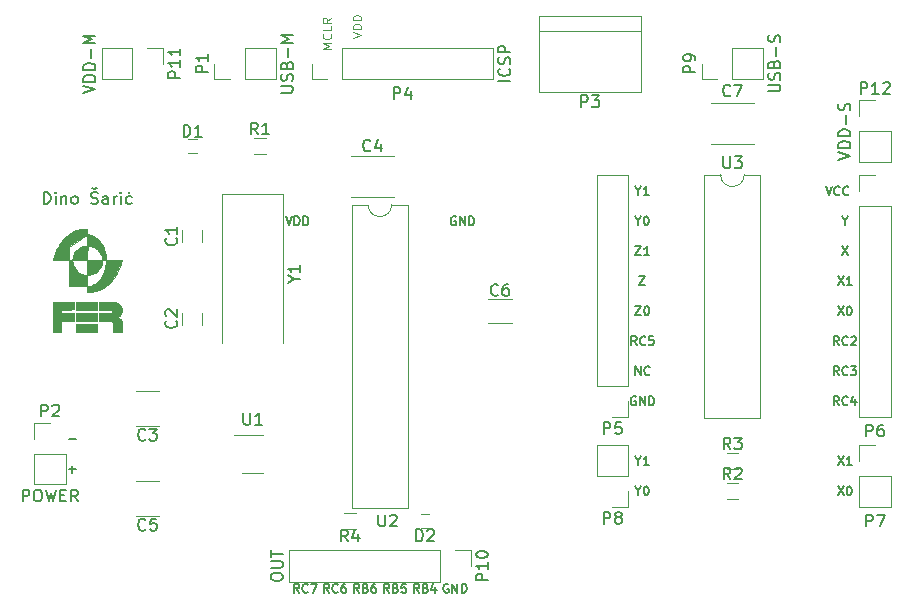
<source format=gto>
G04 #@! TF.FileFunction,Legend,Top*
%FSLAX46Y46*%
G04 Gerber Fmt 4.6, Leading zero omitted, Abs format (unit mm)*
G04 Created by KiCad (PCBNEW 4.0.6) date 04/13/17 11:48:46*
%MOMM*%
%LPD*%
G01*
G04 APERTURE LIST*
%ADD10C,0.150000*%
%ADD11C,0.100000*%
%ADD12C,0.120000*%
%ADD13C,0.002540*%
%ADD14C,4.300000*%
%ADD15R,1.700000X1.700000*%
%ADD16O,1.700000X1.700000*%
%ADD17R,1.250000X1.500000*%
%ADD18R,2.000000X2.500000*%
%ADD19R,2.200000X3.000000*%
%ADD20R,2.000000X1.600000*%
%ADD21R,1.200000X0.750000*%
%ADD22R,0.400000X1.350000*%
%ADD23O,1.250000X0.950000*%
%ADD24O,1.000000X1.550000*%
%ADD25R,1.200000X0.900000*%
%ADD26R,2.400000X1.600000*%
%ADD27O,2.400000X1.600000*%
%ADD28R,2.000000X4.500000*%
%ADD29R,1.560000X0.650000*%
%ADD30C,0.600000*%
G04 APERTURE END LIST*
D10*
X169590714Y-91779286D02*
X169590714Y-91029286D01*
X170019286Y-91779286D01*
X170019286Y-91029286D01*
X170805000Y-91707857D02*
X170769286Y-91743571D01*
X170662143Y-91779286D01*
X170590714Y-91779286D01*
X170483571Y-91743571D01*
X170412143Y-91672143D01*
X170376428Y-91600714D01*
X170340714Y-91457857D01*
X170340714Y-91350714D01*
X170376428Y-91207857D01*
X170412143Y-91136429D01*
X170483571Y-91065000D01*
X170590714Y-91029286D01*
X170662143Y-91029286D01*
X170769286Y-91065000D01*
X170805000Y-91100714D01*
X169680000Y-89239286D02*
X169430000Y-88882143D01*
X169251428Y-89239286D02*
X169251428Y-88489286D01*
X169537143Y-88489286D01*
X169608571Y-88525000D01*
X169644286Y-88560714D01*
X169680000Y-88632143D01*
X169680000Y-88739286D01*
X169644286Y-88810714D01*
X169608571Y-88846429D01*
X169537143Y-88882143D01*
X169251428Y-88882143D01*
X170430000Y-89167857D02*
X170394286Y-89203571D01*
X170287143Y-89239286D01*
X170215714Y-89239286D01*
X170108571Y-89203571D01*
X170037143Y-89132143D01*
X170001428Y-89060714D01*
X169965714Y-88917857D01*
X169965714Y-88810714D01*
X170001428Y-88667857D01*
X170037143Y-88596429D01*
X170108571Y-88525000D01*
X170215714Y-88489286D01*
X170287143Y-88489286D01*
X170394286Y-88525000D01*
X170430000Y-88560714D01*
X171108571Y-88489286D02*
X170751428Y-88489286D01*
X170715714Y-88846429D01*
X170751428Y-88810714D01*
X170822857Y-88775000D01*
X171001428Y-88775000D01*
X171072857Y-88810714D01*
X171108571Y-88846429D01*
X171144286Y-88917857D01*
X171144286Y-89096429D01*
X171108571Y-89167857D01*
X171072857Y-89203571D01*
X171001428Y-89239286D01*
X170822857Y-89239286D01*
X170751428Y-89203571D01*
X170715714Y-89167857D01*
X186825000Y-94319286D02*
X186575000Y-93962143D01*
X186396428Y-94319286D02*
X186396428Y-93569286D01*
X186682143Y-93569286D01*
X186753571Y-93605000D01*
X186789286Y-93640714D01*
X186825000Y-93712143D01*
X186825000Y-93819286D01*
X186789286Y-93890714D01*
X186753571Y-93926429D01*
X186682143Y-93962143D01*
X186396428Y-93962143D01*
X187575000Y-94247857D02*
X187539286Y-94283571D01*
X187432143Y-94319286D01*
X187360714Y-94319286D01*
X187253571Y-94283571D01*
X187182143Y-94212143D01*
X187146428Y-94140714D01*
X187110714Y-93997857D01*
X187110714Y-93890714D01*
X187146428Y-93747857D01*
X187182143Y-93676429D01*
X187253571Y-93605000D01*
X187360714Y-93569286D01*
X187432143Y-93569286D01*
X187539286Y-93605000D01*
X187575000Y-93640714D01*
X188217857Y-93819286D02*
X188217857Y-94319286D01*
X188039286Y-93533571D02*
X187860714Y-94069286D01*
X188325000Y-94069286D01*
X186825000Y-91779286D02*
X186575000Y-91422143D01*
X186396428Y-91779286D02*
X186396428Y-91029286D01*
X186682143Y-91029286D01*
X186753571Y-91065000D01*
X186789286Y-91100714D01*
X186825000Y-91172143D01*
X186825000Y-91279286D01*
X186789286Y-91350714D01*
X186753571Y-91386429D01*
X186682143Y-91422143D01*
X186396428Y-91422143D01*
X187575000Y-91707857D02*
X187539286Y-91743571D01*
X187432143Y-91779286D01*
X187360714Y-91779286D01*
X187253571Y-91743571D01*
X187182143Y-91672143D01*
X187146428Y-91600714D01*
X187110714Y-91457857D01*
X187110714Y-91350714D01*
X187146428Y-91207857D01*
X187182143Y-91136429D01*
X187253571Y-91065000D01*
X187360714Y-91029286D01*
X187432143Y-91029286D01*
X187539286Y-91065000D01*
X187575000Y-91100714D01*
X187825000Y-91029286D02*
X188289286Y-91029286D01*
X188039286Y-91315000D01*
X188146428Y-91315000D01*
X188217857Y-91350714D01*
X188253571Y-91386429D01*
X188289286Y-91457857D01*
X188289286Y-91636429D01*
X188253571Y-91707857D01*
X188217857Y-91743571D01*
X188146428Y-91779286D01*
X187932143Y-91779286D01*
X187860714Y-91743571D01*
X187825000Y-91707857D01*
X186825000Y-89239286D02*
X186575000Y-88882143D01*
X186396428Y-89239286D02*
X186396428Y-88489286D01*
X186682143Y-88489286D01*
X186753571Y-88525000D01*
X186789286Y-88560714D01*
X186825000Y-88632143D01*
X186825000Y-88739286D01*
X186789286Y-88810714D01*
X186753571Y-88846429D01*
X186682143Y-88882143D01*
X186396428Y-88882143D01*
X187575000Y-89167857D02*
X187539286Y-89203571D01*
X187432143Y-89239286D01*
X187360714Y-89239286D01*
X187253571Y-89203571D01*
X187182143Y-89132143D01*
X187146428Y-89060714D01*
X187110714Y-88917857D01*
X187110714Y-88810714D01*
X187146428Y-88667857D01*
X187182143Y-88596429D01*
X187253571Y-88525000D01*
X187360714Y-88489286D01*
X187432143Y-88489286D01*
X187539286Y-88525000D01*
X187575000Y-88560714D01*
X187860714Y-88560714D02*
X187896428Y-88525000D01*
X187967857Y-88489286D01*
X188146428Y-88489286D01*
X188217857Y-88525000D01*
X188253571Y-88560714D01*
X188289286Y-88632143D01*
X188289286Y-88703571D01*
X188253571Y-88810714D01*
X187825000Y-89239286D01*
X188289286Y-89239286D01*
X186717857Y-85949286D02*
X187217857Y-86699286D01*
X187217857Y-85949286D02*
X186717857Y-86699286D01*
X187646429Y-85949286D02*
X187717857Y-85949286D01*
X187789286Y-85985000D01*
X187825000Y-86020714D01*
X187860714Y-86092143D01*
X187896429Y-86235000D01*
X187896429Y-86413571D01*
X187860714Y-86556429D01*
X187825000Y-86627857D01*
X187789286Y-86663571D01*
X187717857Y-86699286D01*
X187646429Y-86699286D01*
X187575000Y-86663571D01*
X187539286Y-86627857D01*
X187503571Y-86556429D01*
X187467857Y-86413571D01*
X187467857Y-86235000D01*
X187503571Y-86092143D01*
X187539286Y-86020714D01*
X187575000Y-85985000D01*
X187646429Y-85949286D01*
X169572857Y-85949286D02*
X170072857Y-85949286D01*
X169572857Y-86699286D01*
X170072857Y-86699286D01*
X170501429Y-85949286D02*
X170572857Y-85949286D01*
X170644286Y-85985000D01*
X170680000Y-86020714D01*
X170715714Y-86092143D01*
X170751429Y-86235000D01*
X170751429Y-86413571D01*
X170715714Y-86556429D01*
X170680000Y-86627857D01*
X170644286Y-86663571D01*
X170572857Y-86699286D01*
X170501429Y-86699286D01*
X170430000Y-86663571D01*
X170394286Y-86627857D01*
X170358571Y-86556429D01*
X170322857Y-86413571D01*
X170322857Y-86235000D01*
X170358571Y-86092143D01*
X170394286Y-86020714D01*
X170430000Y-85985000D01*
X170501429Y-85949286D01*
X169822858Y-78722143D02*
X169822858Y-79079286D01*
X169572858Y-78329286D02*
X169822858Y-78722143D01*
X170072858Y-78329286D01*
X170465715Y-78329286D02*
X170537143Y-78329286D01*
X170608572Y-78365000D01*
X170644286Y-78400714D01*
X170680000Y-78472143D01*
X170715715Y-78615000D01*
X170715715Y-78793571D01*
X170680000Y-78936429D01*
X170644286Y-79007857D01*
X170608572Y-79043571D01*
X170537143Y-79079286D01*
X170465715Y-79079286D01*
X170394286Y-79043571D01*
X170358572Y-79007857D01*
X170322857Y-78936429D01*
X170287143Y-78793571D01*
X170287143Y-78615000D01*
X170322857Y-78472143D01*
X170358572Y-78400714D01*
X170394286Y-78365000D01*
X170465715Y-78329286D01*
X186717857Y-83409286D02*
X187217857Y-84159286D01*
X187217857Y-83409286D02*
X186717857Y-84159286D01*
X187896429Y-84159286D02*
X187467857Y-84159286D01*
X187682143Y-84159286D02*
X187682143Y-83409286D01*
X187610714Y-83516429D01*
X187539286Y-83587857D01*
X187467857Y-83623571D01*
X187075000Y-80869286D02*
X187575000Y-81619286D01*
X187575000Y-80869286D02*
X187075000Y-81619286D01*
X187325001Y-78722143D02*
X187325001Y-79079286D01*
X187075001Y-78329286D02*
X187325001Y-78722143D01*
X187575001Y-78329286D01*
X169930000Y-83409286D02*
X170430000Y-83409286D01*
X169930000Y-84159286D01*
X170430000Y-84159286D01*
X169572857Y-80869286D02*
X170072857Y-80869286D01*
X169572857Y-81619286D01*
X170072857Y-81619286D01*
X170751429Y-81619286D02*
X170322857Y-81619286D01*
X170537143Y-81619286D02*
X170537143Y-80869286D01*
X170465714Y-80976429D01*
X170394286Y-81047857D01*
X170322857Y-81083571D01*
X169822858Y-76182143D02*
X169822858Y-76539286D01*
X169572858Y-75789286D02*
X169822858Y-76182143D01*
X170072858Y-75789286D01*
X170715715Y-76539286D02*
X170287143Y-76539286D01*
X170501429Y-76539286D02*
X170501429Y-75789286D01*
X170430000Y-75896429D01*
X170358572Y-75967857D01*
X170287143Y-76003571D01*
X169822858Y-101582143D02*
X169822858Y-101939286D01*
X169572858Y-101189286D02*
X169822858Y-101582143D01*
X170072858Y-101189286D01*
X170465715Y-101189286D02*
X170537143Y-101189286D01*
X170608572Y-101225000D01*
X170644286Y-101260714D01*
X170680000Y-101332143D01*
X170715715Y-101475000D01*
X170715715Y-101653571D01*
X170680000Y-101796429D01*
X170644286Y-101867857D01*
X170608572Y-101903571D01*
X170537143Y-101939286D01*
X170465715Y-101939286D01*
X170394286Y-101903571D01*
X170358572Y-101867857D01*
X170322857Y-101796429D01*
X170287143Y-101653571D01*
X170287143Y-101475000D01*
X170322857Y-101332143D01*
X170358572Y-101260714D01*
X170394286Y-101225000D01*
X170465715Y-101189286D01*
X186717857Y-101189286D02*
X187217857Y-101939286D01*
X187217857Y-101189286D02*
X186717857Y-101939286D01*
X187646429Y-101189286D02*
X187717857Y-101189286D01*
X187789286Y-101225000D01*
X187825000Y-101260714D01*
X187860714Y-101332143D01*
X187896429Y-101475000D01*
X187896429Y-101653571D01*
X187860714Y-101796429D01*
X187825000Y-101867857D01*
X187789286Y-101903571D01*
X187717857Y-101939286D01*
X187646429Y-101939286D01*
X187575000Y-101903571D01*
X187539286Y-101867857D01*
X187503571Y-101796429D01*
X187467857Y-101653571D01*
X187467857Y-101475000D01*
X187503571Y-101332143D01*
X187539286Y-101260714D01*
X187575000Y-101225000D01*
X187646429Y-101189286D01*
X186717857Y-98649286D02*
X187217857Y-99399286D01*
X187217857Y-98649286D02*
X186717857Y-99399286D01*
X187896429Y-99399286D02*
X187467857Y-99399286D01*
X187682143Y-99399286D02*
X187682143Y-98649286D01*
X187610714Y-98756429D01*
X187539286Y-98827857D01*
X187467857Y-98863571D01*
X169822858Y-99042143D02*
X169822858Y-99399286D01*
X169572858Y-98649286D02*
X169822858Y-99042143D01*
X170072858Y-98649286D01*
X170715715Y-99399286D02*
X170287143Y-99399286D01*
X170501429Y-99399286D02*
X170501429Y-98649286D01*
X170430000Y-98756429D01*
X170358572Y-98827857D01*
X170287143Y-98863571D01*
X185690001Y-75789286D02*
X185940001Y-76539286D01*
X186190001Y-75789286D01*
X186868572Y-76467857D02*
X186832858Y-76503571D01*
X186725715Y-76539286D01*
X186654286Y-76539286D01*
X186547143Y-76503571D01*
X186475715Y-76432143D01*
X186440000Y-76360714D01*
X186404286Y-76217857D01*
X186404286Y-76110714D01*
X186440000Y-75967857D01*
X186475715Y-75896429D01*
X186547143Y-75825000D01*
X186654286Y-75789286D01*
X186725715Y-75789286D01*
X186832858Y-75825000D01*
X186868572Y-75860714D01*
X187618572Y-76467857D02*
X187582858Y-76503571D01*
X187475715Y-76539286D01*
X187404286Y-76539286D01*
X187297143Y-76503571D01*
X187225715Y-76432143D01*
X187190000Y-76360714D01*
X187154286Y-76217857D01*
X187154286Y-76110714D01*
X187190000Y-75967857D01*
X187225715Y-75896429D01*
X187297143Y-75825000D01*
X187404286Y-75789286D01*
X187475715Y-75789286D01*
X187582858Y-75825000D01*
X187618572Y-75860714D01*
X169608572Y-93605000D02*
X169537143Y-93569286D01*
X169430000Y-93569286D01*
X169322857Y-93605000D01*
X169251429Y-93676429D01*
X169215714Y-93747857D01*
X169180000Y-93890714D01*
X169180000Y-93997857D01*
X169215714Y-94140714D01*
X169251429Y-94212143D01*
X169322857Y-94283571D01*
X169430000Y-94319286D01*
X169501429Y-94319286D01*
X169608572Y-94283571D01*
X169644286Y-94247857D01*
X169644286Y-93997857D01*
X169501429Y-93997857D01*
X169965714Y-94319286D02*
X169965714Y-93569286D01*
X170394286Y-94319286D01*
X170394286Y-93569286D01*
X170751428Y-94319286D02*
X170751428Y-93569286D01*
X170930000Y-93569286D01*
X171037143Y-93605000D01*
X171108571Y-93676429D01*
X171144286Y-93747857D01*
X171180000Y-93890714D01*
X171180000Y-93997857D01*
X171144286Y-94140714D01*
X171108571Y-94212143D01*
X171037143Y-94283571D01*
X170930000Y-94319286D01*
X170751428Y-94319286D01*
X154368572Y-78365000D02*
X154297143Y-78329286D01*
X154190000Y-78329286D01*
X154082857Y-78365000D01*
X154011429Y-78436429D01*
X153975714Y-78507857D01*
X153940000Y-78650714D01*
X153940000Y-78757857D01*
X153975714Y-78900714D01*
X154011429Y-78972143D01*
X154082857Y-79043571D01*
X154190000Y-79079286D01*
X154261429Y-79079286D01*
X154368572Y-79043571D01*
X154404286Y-79007857D01*
X154404286Y-78757857D01*
X154261429Y-78757857D01*
X154725714Y-79079286D02*
X154725714Y-78329286D01*
X155154286Y-79079286D01*
X155154286Y-78329286D01*
X155511428Y-79079286D02*
X155511428Y-78329286D01*
X155690000Y-78329286D01*
X155797143Y-78365000D01*
X155868571Y-78436429D01*
X155904286Y-78507857D01*
X155940000Y-78650714D01*
X155940000Y-78757857D01*
X155904286Y-78900714D01*
X155868571Y-78972143D01*
X155797143Y-79043571D01*
X155690000Y-79079286D01*
X155511428Y-79079286D01*
X139970001Y-78329286D02*
X140220001Y-79079286D01*
X140470001Y-78329286D01*
X140720000Y-79079286D02*
X140720000Y-78329286D01*
X140898572Y-78329286D01*
X141005715Y-78365000D01*
X141077143Y-78436429D01*
X141112858Y-78507857D01*
X141148572Y-78650714D01*
X141148572Y-78757857D01*
X141112858Y-78900714D01*
X141077143Y-78972143D01*
X141005715Y-79043571D01*
X140898572Y-79079286D01*
X140720000Y-79079286D01*
X141470000Y-79079286D02*
X141470000Y-78329286D01*
X141648572Y-78329286D01*
X141755715Y-78365000D01*
X141827143Y-78436429D01*
X141862858Y-78507857D01*
X141898572Y-78650714D01*
X141898572Y-78757857D01*
X141862858Y-78900714D01*
X141827143Y-78972143D01*
X141755715Y-79043571D01*
X141648572Y-79079286D01*
X141470000Y-79079286D01*
X121634286Y-99748571D02*
X122205715Y-99748571D01*
X121920001Y-100034286D02*
X121920001Y-99462857D01*
X121634286Y-97208571D02*
X122205715Y-97208571D01*
X141105000Y-110194286D02*
X140855000Y-109837143D01*
X140676428Y-110194286D02*
X140676428Y-109444286D01*
X140962143Y-109444286D01*
X141033571Y-109480000D01*
X141069286Y-109515714D01*
X141105000Y-109587143D01*
X141105000Y-109694286D01*
X141069286Y-109765714D01*
X141033571Y-109801429D01*
X140962143Y-109837143D01*
X140676428Y-109837143D01*
X141855000Y-110122857D02*
X141819286Y-110158571D01*
X141712143Y-110194286D01*
X141640714Y-110194286D01*
X141533571Y-110158571D01*
X141462143Y-110087143D01*
X141426428Y-110015714D01*
X141390714Y-109872857D01*
X141390714Y-109765714D01*
X141426428Y-109622857D01*
X141462143Y-109551429D01*
X141533571Y-109480000D01*
X141640714Y-109444286D01*
X141712143Y-109444286D01*
X141819286Y-109480000D01*
X141855000Y-109515714D01*
X142105000Y-109444286D02*
X142605000Y-109444286D01*
X142283571Y-110194286D01*
X143645000Y-110194286D02*
X143395000Y-109837143D01*
X143216428Y-110194286D02*
X143216428Y-109444286D01*
X143502143Y-109444286D01*
X143573571Y-109480000D01*
X143609286Y-109515714D01*
X143645000Y-109587143D01*
X143645000Y-109694286D01*
X143609286Y-109765714D01*
X143573571Y-109801429D01*
X143502143Y-109837143D01*
X143216428Y-109837143D01*
X144395000Y-110122857D02*
X144359286Y-110158571D01*
X144252143Y-110194286D01*
X144180714Y-110194286D01*
X144073571Y-110158571D01*
X144002143Y-110087143D01*
X143966428Y-110015714D01*
X143930714Y-109872857D01*
X143930714Y-109765714D01*
X143966428Y-109622857D01*
X144002143Y-109551429D01*
X144073571Y-109480000D01*
X144180714Y-109444286D01*
X144252143Y-109444286D01*
X144359286Y-109480000D01*
X144395000Y-109515714D01*
X145037857Y-109444286D02*
X144895000Y-109444286D01*
X144823571Y-109480000D01*
X144787857Y-109515714D01*
X144716428Y-109622857D01*
X144680714Y-109765714D01*
X144680714Y-110051429D01*
X144716428Y-110122857D01*
X144752143Y-110158571D01*
X144823571Y-110194286D01*
X144966428Y-110194286D01*
X145037857Y-110158571D01*
X145073571Y-110122857D01*
X145109286Y-110051429D01*
X145109286Y-109872857D01*
X145073571Y-109801429D01*
X145037857Y-109765714D01*
X144966428Y-109730000D01*
X144823571Y-109730000D01*
X144752143Y-109765714D01*
X144716428Y-109801429D01*
X144680714Y-109872857D01*
X146185000Y-110194286D02*
X145935000Y-109837143D01*
X145756428Y-110194286D02*
X145756428Y-109444286D01*
X146042143Y-109444286D01*
X146113571Y-109480000D01*
X146149286Y-109515714D01*
X146185000Y-109587143D01*
X146185000Y-109694286D01*
X146149286Y-109765714D01*
X146113571Y-109801429D01*
X146042143Y-109837143D01*
X145756428Y-109837143D01*
X146756428Y-109801429D02*
X146863571Y-109837143D01*
X146899286Y-109872857D01*
X146935000Y-109944286D01*
X146935000Y-110051429D01*
X146899286Y-110122857D01*
X146863571Y-110158571D01*
X146792143Y-110194286D01*
X146506428Y-110194286D01*
X146506428Y-109444286D01*
X146756428Y-109444286D01*
X146827857Y-109480000D01*
X146863571Y-109515714D01*
X146899286Y-109587143D01*
X146899286Y-109658571D01*
X146863571Y-109730000D01*
X146827857Y-109765714D01*
X146756428Y-109801429D01*
X146506428Y-109801429D01*
X147577857Y-109444286D02*
X147435000Y-109444286D01*
X147363571Y-109480000D01*
X147327857Y-109515714D01*
X147256428Y-109622857D01*
X147220714Y-109765714D01*
X147220714Y-110051429D01*
X147256428Y-110122857D01*
X147292143Y-110158571D01*
X147363571Y-110194286D01*
X147506428Y-110194286D01*
X147577857Y-110158571D01*
X147613571Y-110122857D01*
X147649286Y-110051429D01*
X147649286Y-109872857D01*
X147613571Y-109801429D01*
X147577857Y-109765714D01*
X147506428Y-109730000D01*
X147363571Y-109730000D01*
X147292143Y-109765714D01*
X147256428Y-109801429D01*
X147220714Y-109872857D01*
X148725000Y-110194286D02*
X148475000Y-109837143D01*
X148296428Y-110194286D02*
X148296428Y-109444286D01*
X148582143Y-109444286D01*
X148653571Y-109480000D01*
X148689286Y-109515714D01*
X148725000Y-109587143D01*
X148725000Y-109694286D01*
X148689286Y-109765714D01*
X148653571Y-109801429D01*
X148582143Y-109837143D01*
X148296428Y-109837143D01*
X149296428Y-109801429D02*
X149403571Y-109837143D01*
X149439286Y-109872857D01*
X149475000Y-109944286D01*
X149475000Y-110051429D01*
X149439286Y-110122857D01*
X149403571Y-110158571D01*
X149332143Y-110194286D01*
X149046428Y-110194286D01*
X149046428Y-109444286D01*
X149296428Y-109444286D01*
X149367857Y-109480000D01*
X149403571Y-109515714D01*
X149439286Y-109587143D01*
X149439286Y-109658571D01*
X149403571Y-109730000D01*
X149367857Y-109765714D01*
X149296428Y-109801429D01*
X149046428Y-109801429D01*
X150153571Y-109444286D02*
X149796428Y-109444286D01*
X149760714Y-109801429D01*
X149796428Y-109765714D01*
X149867857Y-109730000D01*
X150046428Y-109730000D01*
X150117857Y-109765714D01*
X150153571Y-109801429D01*
X150189286Y-109872857D01*
X150189286Y-110051429D01*
X150153571Y-110122857D01*
X150117857Y-110158571D01*
X150046428Y-110194286D01*
X149867857Y-110194286D01*
X149796428Y-110158571D01*
X149760714Y-110122857D01*
X151265000Y-110194286D02*
X151015000Y-109837143D01*
X150836428Y-110194286D02*
X150836428Y-109444286D01*
X151122143Y-109444286D01*
X151193571Y-109480000D01*
X151229286Y-109515714D01*
X151265000Y-109587143D01*
X151265000Y-109694286D01*
X151229286Y-109765714D01*
X151193571Y-109801429D01*
X151122143Y-109837143D01*
X150836428Y-109837143D01*
X151836428Y-109801429D02*
X151943571Y-109837143D01*
X151979286Y-109872857D01*
X152015000Y-109944286D01*
X152015000Y-110051429D01*
X151979286Y-110122857D01*
X151943571Y-110158571D01*
X151872143Y-110194286D01*
X151586428Y-110194286D01*
X151586428Y-109444286D01*
X151836428Y-109444286D01*
X151907857Y-109480000D01*
X151943571Y-109515714D01*
X151979286Y-109587143D01*
X151979286Y-109658571D01*
X151943571Y-109730000D01*
X151907857Y-109765714D01*
X151836428Y-109801429D01*
X151586428Y-109801429D01*
X152657857Y-109694286D02*
X152657857Y-110194286D01*
X152479286Y-109408571D02*
X152300714Y-109944286D01*
X152765000Y-109944286D01*
X153733572Y-109480000D02*
X153662143Y-109444286D01*
X153555000Y-109444286D01*
X153447857Y-109480000D01*
X153376429Y-109551429D01*
X153340714Y-109622857D01*
X153305000Y-109765714D01*
X153305000Y-109872857D01*
X153340714Y-110015714D01*
X153376429Y-110087143D01*
X153447857Y-110158571D01*
X153555000Y-110194286D01*
X153626429Y-110194286D01*
X153733572Y-110158571D01*
X153769286Y-110122857D01*
X153769286Y-109872857D01*
X153626429Y-109872857D01*
X154090714Y-110194286D02*
X154090714Y-109444286D01*
X154519286Y-110194286D01*
X154519286Y-109444286D01*
X154876428Y-110194286D02*
X154876428Y-109444286D01*
X155055000Y-109444286D01*
X155162143Y-109480000D01*
X155233571Y-109551429D01*
X155269286Y-109622857D01*
X155305000Y-109765714D01*
X155305000Y-109872857D01*
X155269286Y-110015714D01*
X155233571Y-110087143D01*
X155162143Y-110158571D01*
X155055000Y-110194286D01*
X154876428Y-110194286D01*
D11*
X145639286Y-63229999D02*
X146389286Y-62979999D01*
X145639286Y-62729999D01*
X146389286Y-62480000D02*
X145639286Y-62480000D01*
X145639286Y-62301428D01*
X145675000Y-62194285D01*
X145746429Y-62122857D01*
X145817857Y-62087142D01*
X145960714Y-62051428D01*
X146067857Y-62051428D01*
X146210714Y-62087142D01*
X146282143Y-62122857D01*
X146353571Y-62194285D01*
X146389286Y-62301428D01*
X146389286Y-62480000D01*
X146389286Y-61730000D02*
X145639286Y-61730000D01*
X145639286Y-61551428D01*
X145675000Y-61444285D01*
X145746429Y-61372857D01*
X145817857Y-61337142D01*
X145960714Y-61301428D01*
X146067857Y-61301428D01*
X146210714Y-61337142D01*
X146282143Y-61372857D01*
X146353571Y-61444285D01*
X146389286Y-61551428D01*
X146389286Y-61730000D01*
X143849286Y-64168572D02*
X143099286Y-64168572D01*
X143635000Y-63918572D01*
X143099286Y-63668572D01*
X143849286Y-63668572D01*
X143777857Y-62882857D02*
X143813571Y-62918571D01*
X143849286Y-63025714D01*
X143849286Y-63097143D01*
X143813571Y-63204286D01*
X143742143Y-63275714D01*
X143670714Y-63311429D01*
X143527857Y-63347143D01*
X143420714Y-63347143D01*
X143277857Y-63311429D01*
X143206429Y-63275714D01*
X143135000Y-63204286D01*
X143099286Y-63097143D01*
X143099286Y-63025714D01*
X143135000Y-62918571D01*
X143170714Y-62882857D01*
X143849286Y-62204286D02*
X143849286Y-62561429D01*
X143099286Y-62561429D01*
X143849286Y-61525714D02*
X143492143Y-61775714D01*
X143849286Y-61954286D02*
X143099286Y-61954286D01*
X143099286Y-61668571D01*
X143135000Y-61597143D01*
X143170714Y-61561428D01*
X143242143Y-61525714D01*
X143349286Y-61525714D01*
X143420714Y-61561428D01*
X143456429Y-61597143D01*
X143492143Y-61668571D01*
X143492143Y-61954286D01*
D10*
X119499524Y-77287381D02*
X119499524Y-76287381D01*
X119737619Y-76287381D01*
X119880477Y-76335000D01*
X119975715Y-76430238D01*
X120023334Y-76525476D01*
X120070953Y-76715952D01*
X120070953Y-76858810D01*
X120023334Y-77049286D01*
X119975715Y-77144524D01*
X119880477Y-77239762D01*
X119737619Y-77287381D01*
X119499524Y-77287381D01*
X120499524Y-77287381D02*
X120499524Y-76620714D01*
X120499524Y-76287381D02*
X120451905Y-76335000D01*
X120499524Y-76382619D01*
X120547143Y-76335000D01*
X120499524Y-76287381D01*
X120499524Y-76382619D01*
X120975714Y-76620714D02*
X120975714Y-77287381D01*
X120975714Y-76715952D02*
X121023333Y-76668333D01*
X121118571Y-76620714D01*
X121261429Y-76620714D01*
X121356667Y-76668333D01*
X121404286Y-76763571D01*
X121404286Y-77287381D01*
X122023333Y-77287381D02*
X121928095Y-77239762D01*
X121880476Y-77192143D01*
X121832857Y-77096905D01*
X121832857Y-76811190D01*
X121880476Y-76715952D01*
X121928095Y-76668333D01*
X122023333Y-76620714D01*
X122166191Y-76620714D01*
X122261429Y-76668333D01*
X122309048Y-76715952D01*
X122356667Y-76811190D01*
X122356667Y-77096905D01*
X122309048Y-77192143D01*
X122261429Y-77239762D01*
X122166191Y-77287381D01*
X122023333Y-77287381D01*
X123499524Y-77239762D02*
X123642381Y-77287381D01*
X123880477Y-77287381D01*
X123975715Y-77239762D01*
X124023334Y-77192143D01*
X124070953Y-77096905D01*
X124070953Y-77001667D01*
X124023334Y-76906429D01*
X123975715Y-76858810D01*
X123880477Y-76811190D01*
X123690000Y-76763571D01*
X123594762Y-76715952D01*
X123547143Y-76668333D01*
X123499524Y-76573095D01*
X123499524Y-76477857D01*
X123547143Y-76382619D01*
X123594762Y-76335000D01*
X123690000Y-76287381D01*
X123928096Y-76287381D01*
X124070953Y-76335000D01*
X123594762Y-75906429D02*
X123785238Y-76049286D01*
X123975715Y-75906429D01*
X124928096Y-77287381D02*
X124928096Y-76763571D01*
X124880477Y-76668333D01*
X124785239Y-76620714D01*
X124594762Y-76620714D01*
X124499524Y-76668333D01*
X124928096Y-77239762D02*
X124832858Y-77287381D01*
X124594762Y-77287381D01*
X124499524Y-77239762D01*
X124451905Y-77144524D01*
X124451905Y-77049286D01*
X124499524Y-76954048D01*
X124594762Y-76906429D01*
X124832858Y-76906429D01*
X124928096Y-76858810D01*
X125404286Y-77287381D02*
X125404286Y-76620714D01*
X125404286Y-76811190D02*
X125451905Y-76715952D01*
X125499524Y-76668333D01*
X125594762Y-76620714D01*
X125690001Y-76620714D01*
X126023334Y-77287381D02*
X126023334Y-76620714D01*
X126023334Y-76287381D02*
X125975715Y-76335000D01*
X126023334Y-76382619D01*
X126070953Y-76335000D01*
X126023334Y-76287381D01*
X126023334Y-76382619D01*
X126928096Y-77239762D02*
X126832858Y-77287381D01*
X126642381Y-77287381D01*
X126547143Y-77239762D01*
X126499524Y-77192143D01*
X126451905Y-77096905D01*
X126451905Y-76811190D01*
X126499524Y-76715952D01*
X126547143Y-76668333D01*
X126642381Y-76620714D01*
X126832858Y-76620714D01*
X126928096Y-76668333D01*
X126832858Y-76239762D02*
X126690000Y-76382619D01*
D12*
X118685000Y-98425000D02*
X118685000Y-101025000D01*
X118685000Y-101025000D02*
X121345000Y-101025000D01*
X121345000Y-101025000D02*
X121345000Y-98425000D01*
X121345000Y-98425000D02*
X118685000Y-98425000D01*
X118685000Y-97155000D02*
X118685000Y-95825000D01*
X118685000Y-95825000D02*
X120015000Y-95825000D01*
X131230000Y-79510000D02*
X131230000Y-80510000D01*
X132930000Y-80510000D02*
X132930000Y-79510000D01*
X131230000Y-86495000D02*
X131230000Y-87495000D01*
X132930000Y-87495000D02*
X132930000Y-86495000D01*
X127270000Y-96095000D02*
X129270000Y-96095000D01*
X129270000Y-93135000D02*
X127270000Y-93135000D01*
X145520000Y-76660000D02*
X149120000Y-76660000D01*
X149120000Y-73200000D02*
X145520000Y-73200000D01*
X127270000Y-103715000D02*
X129270000Y-103715000D01*
X129270000Y-100755000D02*
X127270000Y-100755000D01*
X159115000Y-85340000D02*
X157115000Y-85340000D01*
X157115000Y-87380000D02*
X159115000Y-87380000D01*
X179600000Y-68755000D02*
X176000000Y-68755000D01*
X176000000Y-72215000D02*
X179600000Y-72215000D01*
X131730000Y-71790000D02*
X132430000Y-71790000D01*
X132430000Y-72990000D02*
X131730000Y-72990000D01*
X152115000Y-104740000D02*
X151415000Y-104740000D01*
X151415000Y-103540000D02*
X152115000Y-103540000D01*
X136525000Y-66735000D02*
X139125000Y-66735000D01*
X139125000Y-66735000D02*
X139125000Y-64075000D01*
X139125000Y-64075000D02*
X136525000Y-64075000D01*
X136525000Y-64075000D02*
X136525000Y-66735000D01*
X135255000Y-66735000D02*
X133925000Y-66735000D01*
X133925000Y-66735000D02*
X133925000Y-65405000D01*
X170085000Y-61375000D02*
X161385000Y-61375000D01*
X170085000Y-67785000D02*
X161385000Y-67785000D01*
X161385000Y-67785000D02*
X161385000Y-61375000D01*
X161385000Y-62605000D02*
X170085000Y-62605000D01*
X170085000Y-61375000D02*
X170085000Y-67785000D01*
X144780000Y-66735000D02*
X157540000Y-66735000D01*
X157540000Y-66735000D02*
X157540000Y-64075000D01*
X157540000Y-64075000D02*
X144780000Y-64075000D01*
X144780000Y-64075000D02*
X144780000Y-66735000D01*
X143510000Y-66735000D02*
X142180000Y-66735000D01*
X142180000Y-66735000D02*
X142180000Y-65405000D01*
X168970000Y-92710000D02*
X168970000Y-74870000D01*
X168970000Y-74870000D02*
X166310000Y-74870000D01*
X166310000Y-74870000D02*
X166310000Y-92710000D01*
X166310000Y-92710000D02*
X168970000Y-92710000D01*
X168970000Y-93980000D02*
X168970000Y-95310000D01*
X168970000Y-95310000D02*
X167640000Y-95310000D01*
X188535000Y-77470000D02*
X188535000Y-95310000D01*
X188535000Y-95310000D02*
X191195000Y-95310000D01*
X191195000Y-95310000D02*
X191195000Y-77470000D01*
X191195000Y-77470000D02*
X188535000Y-77470000D01*
X188535000Y-76200000D02*
X188535000Y-74870000D01*
X188535000Y-74870000D02*
X189865000Y-74870000D01*
X188535000Y-100330000D02*
X188535000Y-102930000D01*
X188535000Y-102930000D02*
X191195000Y-102930000D01*
X191195000Y-102930000D02*
X191195000Y-100330000D01*
X191195000Y-100330000D02*
X188535000Y-100330000D01*
X188535000Y-99060000D02*
X188535000Y-97730000D01*
X188535000Y-97730000D02*
X189865000Y-97730000D01*
X168970000Y-100330000D02*
X168970000Y-97730000D01*
X168970000Y-97730000D02*
X166310000Y-97730000D01*
X166310000Y-97730000D02*
X166310000Y-100330000D01*
X166310000Y-100330000D02*
X168970000Y-100330000D01*
X168970000Y-101600000D02*
X168970000Y-102930000D01*
X168970000Y-102930000D02*
X167640000Y-102930000D01*
X177800000Y-66735000D02*
X180400000Y-66735000D01*
X180400000Y-66735000D02*
X180400000Y-64075000D01*
X180400000Y-64075000D02*
X177800000Y-64075000D01*
X177800000Y-64075000D02*
X177800000Y-66735000D01*
X176530000Y-66735000D02*
X175200000Y-66735000D01*
X175200000Y-66735000D02*
X175200000Y-65405000D01*
X127000000Y-64075000D02*
X124400000Y-64075000D01*
X124400000Y-64075000D02*
X124400000Y-66735000D01*
X124400000Y-66735000D02*
X127000000Y-66735000D01*
X127000000Y-66735000D02*
X127000000Y-64075000D01*
X128270000Y-64075000D02*
X129600000Y-64075000D01*
X129600000Y-64075000D02*
X129600000Y-65405000D01*
X188535000Y-71120000D02*
X188535000Y-73720000D01*
X188535000Y-73720000D02*
X191195000Y-73720000D01*
X191195000Y-73720000D02*
X191195000Y-71120000D01*
X191195000Y-71120000D02*
X188535000Y-71120000D01*
X188535000Y-69850000D02*
X188535000Y-68520000D01*
X188535000Y-68520000D02*
X189865000Y-68520000D01*
X138295000Y-73070000D02*
X137295000Y-73070000D01*
X137295000Y-71710000D02*
X138295000Y-71710000D01*
X178300000Y-102280000D02*
X177300000Y-102280000D01*
X177300000Y-100920000D02*
X178300000Y-100920000D01*
X178300000Y-99740000D02*
X177300000Y-99740000D01*
X177300000Y-98380000D02*
X178300000Y-98380000D01*
X145915000Y-104820000D02*
X144915000Y-104820000D01*
X144915000Y-103460000D02*
X145915000Y-103460000D01*
X148955000Y-77350000D02*
G75*
G02X146955000Y-77350000I-1000000J0D01*
G01*
X146955000Y-77350000D02*
X145585000Y-77350000D01*
X145585000Y-77350000D02*
X145585000Y-102990000D01*
X145585000Y-102990000D02*
X150325000Y-102990000D01*
X150325000Y-102990000D02*
X150325000Y-77350000D01*
X150325000Y-77350000D02*
X148955000Y-77350000D01*
X139710000Y-89085000D02*
X139710000Y-76485000D01*
X139710000Y-76485000D02*
X134610000Y-76485000D01*
X134610000Y-76485000D02*
X134610000Y-89085000D01*
X153035000Y-106620000D02*
X140275000Y-106620000D01*
X140275000Y-106620000D02*
X140275000Y-109280000D01*
X140275000Y-109280000D02*
X153035000Y-109280000D01*
X153035000Y-109280000D02*
X153035000Y-106620000D01*
X154305000Y-106620000D02*
X155635000Y-106620000D01*
X155635000Y-106620000D02*
X155635000Y-107950000D01*
X176800000Y-74810000D02*
X175430000Y-74810000D01*
X175430000Y-74810000D02*
X175430000Y-95370000D01*
X175430000Y-95370000D02*
X180170000Y-95370000D01*
X180170000Y-95370000D02*
X180170000Y-74810000D01*
X180170000Y-74810000D02*
X178800000Y-74810000D01*
X178800000Y-74810000D02*
G75*
G02X176800000Y-74810000I-1000000J0D01*
G01*
D13*
G36*
X122082560Y-85580220D02*
X122080020Y-85900260D01*
X122080020Y-86220300D01*
X121523760Y-86222840D01*
X120967500Y-86225380D01*
X120967500Y-86372700D01*
X120967500Y-86522560D01*
X121521220Y-86522560D01*
X122074940Y-86522560D01*
X122074940Y-86842600D01*
X122074940Y-87165180D01*
X121963180Y-87170260D01*
X121932700Y-87172800D01*
X121884440Y-87172800D01*
X121823480Y-87172800D01*
X121749820Y-87175340D01*
X121671080Y-87175340D01*
X121584720Y-87175340D01*
X121493280Y-87175340D01*
X121424700Y-87175340D01*
X120995440Y-87175340D01*
X120992900Y-87642700D01*
X120990360Y-88107520D01*
X120627140Y-88107520D01*
X120548400Y-88110060D01*
X120472200Y-88110060D01*
X120406160Y-88107520D01*
X120350280Y-88107520D01*
X120304560Y-88107520D01*
X120274080Y-88107520D01*
X120258840Y-88104980D01*
X120256300Y-88104980D01*
X120256300Y-88094820D01*
X120256300Y-88069420D01*
X120253760Y-88026240D01*
X120253760Y-87967820D01*
X120253760Y-87896700D01*
X120253760Y-87810340D01*
X120253760Y-87713820D01*
X120251220Y-87607140D01*
X120251220Y-87490300D01*
X120251220Y-87363300D01*
X120251220Y-87228680D01*
X120251220Y-87088980D01*
X120251220Y-86941660D01*
X120251220Y-86840060D01*
X120251220Y-85580220D01*
X121168160Y-85580220D01*
X122082560Y-85580220D01*
X122082560Y-85580220D01*
X122082560Y-85580220D01*
G37*
X122082560Y-85580220D02*
X122080020Y-85900260D01*
X122080020Y-86220300D01*
X121523760Y-86222840D01*
X120967500Y-86225380D01*
X120967500Y-86372700D01*
X120967500Y-86522560D01*
X121521220Y-86522560D01*
X122074940Y-86522560D01*
X122074940Y-86842600D01*
X122074940Y-87165180D01*
X121963180Y-87170260D01*
X121932700Y-87172800D01*
X121884440Y-87172800D01*
X121823480Y-87172800D01*
X121749820Y-87175340D01*
X121671080Y-87175340D01*
X121584720Y-87175340D01*
X121493280Y-87175340D01*
X121424700Y-87175340D01*
X120995440Y-87175340D01*
X120992900Y-87642700D01*
X120990360Y-88107520D01*
X120627140Y-88107520D01*
X120548400Y-88110060D01*
X120472200Y-88110060D01*
X120406160Y-88107520D01*
X120350280Y-88107520D01*
X120304560Y-88107520D01*
X120274080Y-88107520D01*
X120258840Y-88104980D01*
X120256300Y-88104980D01*
X120256300Y-88094820D01*
X120256300Y-88069420D01*
X120253760Y-88026240D01*
X120253760Y-87967820D01*
X120253760Y-87896700D01*
X120253760Y-87810340D01*
X120253760Y-87713820D01*
X120251220Y-87607140D01*
X120251220Y-87490300D01*
X120251220Y-87363300D01*
X120251220Y-87228680D01*
X120251220Y-87088980D01*
X120251220Y-86941660D01*
X120251220Y-86840060D01*
X120251220Y-85580220D01*
X121168160Y-85580220D01*
X122082560Y-85580220D01*
X122082560Y-85580220D01*
G36*
X126093220Y-86304120D02*
X126085600Y-86413340D01*
X126065280Y-86509860D01*
X126032260Y-86598760D01*
X125984000Y-86677500D01*
X125925580Y-86746080D01*
X125867160Y-86796880D01*
X125798580Y-86842600D01*
X125724920Y-86878160D01*
X125656340Y-86903560D01*
X125643640Y-86906100D01*
X125615700Y-86913720D01*
X125605540Y-86921340D01*
X125610620Y-86928960D01*
X125633480Y-86931500D01*
X125641100Y-86931500D01*
X125666500Y-86934040D01*
X125702060Y-86939120D01*
X125747780Y-86946740D01*
X125798580Y-86956900D01*
X125849380Y-86967060D01*
X125897640Y-86977220D01*
X125933200Y-86984840D01*
X125958600Y-86992460D01*
X125963680Y-86995000D01*
X125999240Y-87020400D01*
X126032260Y-87058500D01*
X126060200Y-87109300D01*
X126070360Y-87137240D01*
X126072900Y-87147400D01*
X126075440Y-87162640D01*
X126077980Y-87182960D01*
X126080520Y-87208360D01*
X126080520Y-87241380D01*
X126083060Y-87284560D01*
X126083060Y-87337900D01*
X126083060Y-87401400D01*
X126083060Y-87482680D01*
X126083060Y-87576660D01*
X126083060Y-87642700D01*
X126080520Y-88107520D01*
X125714760Y-88107520D01*
X125636020Y-88110060D01*
X125562360Y-88110060D01*
X125496320Y-88107520D01*
X125440440Y-88107520D01*
X125394720Y-88107520D01*
X125364240Y-88107520D01*
X125346460Y-88104980D01*
X125346460Y-88104980D01*
X125343920Y-88094820D01*
X125343920Y-88069420D01*
X125341380Y-88028780D01*
X125341380Y-87975440D01*
X125341380Y-87911940D01*
X125341380Y-87840820D01*
X125338840Y-87764620D01*
X125338840Y-87739220D01*
X125338840Y-87630000D01*
X125338840Y-87541100D01*
X125338840Y-87469980D01*
X125336300Y-87414100D01*
X125333760Y-87373460D01*
X125331220Y-87350600D01*
X125328680Y-87348060D01*
X125303280Y-87294720D01*
X125262640Y-87254080D01*
X125204220Y-87221060D01*
X125135640Y-87198200D01*
X125117860Y-87193120D01*
X125095000Y-87190580D01*
X125067060Y-87188040D01*
X125031500Y-87188040D01*
X124988320Y-87185500D01*
X124932440Y-87182960D01*
X124863860Y-87182960D01*
X124782580Y-87180420D01*
X124686060Y-87180420D01*
X124602240Y-87177880D01*
X124132340Y-87175340D01*
X124134880Y-86855300D01*
X124137420Y-86537800D01*
X124668280Y-86532720D01*
X124785120Y-86530180D01*
X124881640Y-86530180D01*
X124965460Y-86530180D01*
X125034040Y-86527640D01*
X125089920Y-86527640D01*
X125135640Y-86525100D01*
X125171200Y-86522560D01*
X125196600Y-86517480D01*
X125216920Y-86512400D01*
X125232160Y-86507320D01*
X125242320Y-86499700D01*
X125249940Y-86492080D01*
X125255020Y-86479380D01*
X125260100Y-86469220D01*
X125262640Y-86464140D01*
X125280420Y-86408260D01*
X125280420Y-86357460D01*
X125267720Y-86309200D01*
X125239780Y-86266020D01*
X125214380Y-86245700D01*
X125181360Y-86222840D01*
X124658120Y-86222840D01*
X124132340Y-86222840D01*
X124132340Y-85900260D01*
X124132340Y-85580220D01*
X124843540Y-85582760D01*
X125552200Y-85585300D01*
X125633480Y-85613240D01*
X125714760Y-85646260D01*
X125785880Y-85686900D01*
X125851920Y-85737700D01*
X125872240Y-85755480D01*
X125943360Y-85834220D01*
X126001780Y-85923120D01*
X126047500Y-86022180D01*
X126077980Y-86131400D01*
X126090680Y-86248240D01*
X126093220Y-86304120D01*
X126093220Y-86304120D01*
X126093220Y-86304120D01*
G37*
X126093220Y-86304120D02*
X126085600Y-86413340D01*
X126065280Y-86509860D01*
X126032260Y-86598760D01*
X125984000Y-86677500D01*
X125925580Y-86746080D01*
X125867160Y-86796880D01*
X125798580Y-86842600D01*
X125724920Y-86878160D01*
X125656340Y-86903560D01*
X125643640Y-86906100D01*
X125615700Y-86913720D01*
X125605540Y-86921340D01*
X125610620Y-86928960D01*
X125633480Y-86931500D01*
X125641100Y-86931500D01*
X125666500Y-86934040D01*
X125702060Y-86939120D01*
X125747780Y-86946740D01*
X125798580Y-86956900D01*
X125849380Y-86967060D01*
X125897640Y-86977220D01*
X125933200Y-86984840D01*
X125958600Y-86992460D01*
X125963680Y-86995000D01*
X125999240Y-87020400D01*
X126032260Y-87058500D01*
X126060200Y-87109300D01*
X126070360Y-87137240D01*
X126072900Y-87147400D01*
X126075440Y-87162640D01*
X126077980Y-87182960D01*
X126080520Y-87208360D01*
X126080520Y-87241380D01*
X126083060Y-87284560D01*
X126083060Y-87337900D01*
X126083060Y-87401400D01*
X126083060Y-87482680D01*
X126083060Y-87576660D01*
X126083060Y-87642700D01*
X126080520Y-88107520D01*
X125714760Y-88107520D01*
X125636020Y-88110060D01*
X125562360Y-88110060D01*
X125496320Y-88107520D01*
X125440440Y-88107520D01*
X125394720Y-88107520D01*
X125364240Y-88107520D01*
X125346460Y-88104980D01*
X125346460Y-88104980D01*
X125343920Y-88094820D01*
X125343920Y-88069420D01*
X125341380Y-88028780D01*
X125341380Y-87975440D01*
X125341380Y-87911940D01*
X125341380Y-87840820D01*
X125338840Y-87764620D01*
X125338840Y-87739220D01*
X125338840Y-87630000D01*
X125338840Y-87541100D01*
X125338840Y-87469980D01*
X125336300Y-87414100D01*
X125333760Y-87373460D01*
X125331220Y-87350600D01*
X125328680Y-87348060D01*
X125303280Y-87294720D01*
X125262640Y-87254080D01*
X125204220Y-87221060D01*
X125135640Y-87198200D01*
X125117860Y-87193120D01*
X125095000Y-87190580D01*
X125067060Y-87188040D01*
X125031500Y-87188040D01*
X124988320Y-87185500D01*
X124932440Y-87182960D01*
X124863860Y-87182960D01*
X124782580Y-87180420D01*
X124686060Y-87180420D01*
X124602240Y-87177880D01*
X124132340Y-87175340D01*
X124134880Y-86855300D01*
X124137420Y-86537800D01*
X124668280Y-86532720D01*
X124785120Y-86530180D01*
X124881640Y-86530180D01*
X124965460Y-86530180D01*
X125034040Y-86527640D01*
X125089920Y-86527640D01*
X125135640Y-86525100D01*
X125171200Y-86522560D01*
X125196600Y-86517480D01*
X125216920Y-86512400D01*
X125232160Y-86507320D01*
X125242320Y-86499700D01*
X125249940Y-86492080D01*
X125255020Y-86479380D01*
X125260100Y-86469220D01*
X125262640Y-86464140D01*
X125280420Y-86408260D01*
X125280420Y-86357460D01*
X125267720Y-86309200D01*
X125239780Y-86266020D01*
X125214380Y-86245700D01*
X125181360Y-86222840D01*
X124658120Y-86222840D01*
X124132340Y-86222840D01*
X124132340Y-85900260D01*
X124132340Y-85580220D01*
X124843540Y-85582760D01*
X125552200Y-85585300D01*
X125633480Y-85613240D01*
X125714760Y-85646260D01*
X125785880Y-85686900D01*
X125851920Y-85737700D01*
X125872240Y-85755480D01*
X125943360Y-85834220D01*
X126001780Y-85923120D01*
X126047500Y-86022180D01*
X126077980Y-86131400D01*
X126090680Y-86248240D01*
X126093220Y-86304120D01*
X126093220Y-86304120D01*
G36*
X123962160Y-88102440D02*
X123101100Y-88102440D01*
X122976640Y-88102440D01*
X122859800Y-88102440D01*
X122748040Y-88099900D01*
X122643900Y-88099900D01*
X122547380Y-88099900D01*
X122463560Y-88099900D01*
X122389900Y-88099900D01*
X122328940Y-88097360D01*
X122283220Y-88097360D01*
X122250200Y-88097360D01*
X122234960Y-88094820D01*
X122234960Y-88094820D01*
X122232420Y-88084660D01*
X122232420Y-88059260D01*
X122229880Y-88018620D01*
X122229880Y-87967820D01*
X122229880Y-87904320D01*
X122227340Y-87835740D01*
X122227340Y-87774780D01*
X122227340Y-87457280D01*
X123093480Y-87457280D01*
X123962160Y-87457280D01*
X123962160Y-87779860D01*
X123962160Y-88102440D01*
X123962160Y-88102440D01*
X123962160Y-88102440D01*
G37*
X123962160Y-88102440D02*
X123101100Y-88102440D01*
X122976640Y-88102440D01*
X122859800Y-88102440D01*
X122748040Y-88099900D01*
X122643900Y-88099900D01*
X122547380Y-88099900D01*
X122463560Y-88099900D01*
X122389900Y-88099900D01*
X122328940Y-88097360D01*
X122283220Y-88097360D01*
X122250200Y-88097360D01*
X122234960Y-88094820D01*
X122234960Y-88094820D01*
X122232420Y-88084660D01*
X122232420Y-88059260D01*
X122229880Y-88018620D01*
X122229880Y-87967820D01*
X122229880Y-87904320D01*
X122227340Y-87835740D01*
X122227340Y-87774780D01*
X122227340Y-87457280D01*
X123093480Y-87457280D01*
X123962160Y-87457280D01*
X123962160Y-87779860D01*
X123962160Y-88102440D01*
X123962160Y-88102440D01*
G36*
X123962160Y-87175340D02*
X123093480Y-87175340D01*
X122227340Y-87175340D01*
X122229880Y-86857840D01*
X122232420Y-86537800D01*
X123096020Y-86535260D01*
X123962160Y-86532720D01*
X123962160Y-86855300D01*
X123962160Y-87175340D01*
X123962160Y-87175340D01*
X123962160Y-87175340D01*
G37*
X123962160Y-87175340D02*
X123093480Y-87175340D01*
X122227340Y-87175340D01*
X122229880Y-86857840D01*
X122232420Y-86537800D01*
X123096020Y-86535260D01*
X123962160Y-86532720D01*
X123962160Y-86855300D01*
X123962160Y-87175340D01*
X123962160Y-87175340D01*
G36*
X123979940Y-86222840D02*
X123103640Y-86222840D01*
X122227340Y-86222840D01*
X122227340Y-85902800D01*
X122227340Y-85580220D01*
X123103640Y-85580220D01*
X123979940Y-85580220D01*
X123979940Y-85902800D01*
X123979940Y-86222840D01*
X123979940Y-86222840D01*
X123979940Y-86222840D01*
G37*
X123979940Y-86222840D02*
X123103640Y-86222840D01*
X122227340Y-86222840D01*
X122227340Y-85902800D01*
X122227340Y-85580220D01*
X123103640Y-85580220D01*
X123979940Y-85580220D01*
X123979940Y-85902800D01*
X123979940Y-86222840D01*
X123979940Y-86222840D01*
G36*
X126100840Y-82059780D02*
X126100840Y-82069940D01*
X126093220Y-82095340D01*
X126083060Y-82130900D01*
X126072900Y-82174080D01*
X126065280Y-82199480D01*
X125991620Y-82448400D01*
X125902720Y-82687160D01*
X125806200Y-82915760D01*
X125696980Y-83134200D01*
X125580140Y-83342480D01*
X125450600Y-83535520D01*
X125313440Y-83718400D01*
X125168660Y-83886040D01*
X125016260Y-84040980D01*
X124853700Y-84183220D01*
X124805440Y-84218780D01*
X124805440Y-82072480D01*
X124802900Y-82069940D01*
X124792740Y-82064860D01*
X124774960Y-82062320D01*
X124747020Y-82062320D01*
X124706380Y-82059780D01*
X124647960Y-82059780D01*
X124632720Y-82059780D01*
X124460000Y-82059780D01*
X124460000Y-82113120D01*
X124457460Y-82148680D01*
X124452380Y-82191860D01*
X124447300Y-82227420D01*
X124447300Y-82052160D01*
X124444760Y-81998820D01*
X124424440Y-81851500D01*
X124388880Y-81709260D01*
X124335540Y-81572100D01*
X124269500Y-81442560D01*
X124185680Y-81318100D01*
X124091700Y-81206340D01*
X123982480Y-81104740D01*
X123863100Y-81015840D01*
X123804680Y-80980280D01*
X123713240Y-80932020D01*
X123606560Y-80891380D01*
X123494800Y-80855820D01*
X123383040Y-80830420D01*
X123289060Y-80817720D01*
X123253500Y-80815180D01*
X123223020Y-80812640D01*
X123205240Y-80812640D01*
X123202700Y-80812640D01*
X123202700Y-80820260D01*
X123202700Y-80845660D01*
X123200160Y-80886300D01*
X123200160Y-80942180D01*
X123200160Y-81008220D01*
X123197620Y-81086960D01*
X123197620Y-81173320D01*
X123195080Y-81267300D01*
X123195080Y-81368900D01*
X123195080Y-81432400D01*
X123187460Y-82052160D01*
X123817380Y-82052160D01*
X124447300Y-82052160D01*
X124447300Y-82227420D01*
X124447300Y-82237580D01*
X124442220Y-82257900D01*
X124404120Y-82405220D01*
X124350780Y-82547460D01*
X124282200Y-82679540D01*
X124198380Y-82801460D01*
X124101860Y-82915760D01*
X123992640Y-83014820D01*
X123870720Y-83103720D01*
X123779280Y-83157060D01*
X123657360Y-83212940D01*
X123532900Y-83256120D01*
X123403360Y-83286600D01*
X123286520Y-83304380D01*
X123190000Y-83314540D01*
X123190000Y-83779360D01*
X123190000Y-84246720D01*
X123225560Y-84246720D01*
X123248420Y-84244180D01*
X123286520Y-84241640D01*
X123327160Y-84239100D01*
X123334780Y-84236560D01*
X123477020Y-84211160D01*
X123614180Y-84165440D01*
X123748800Y-84104480D01*
X123875800Y-84028280D01*
X123997720Y-83934300D01*
X124114560Y-83822540D01*
X124218700Y-83703160D01*
X124327920Y-83553300D01*
X124426980Y-83388200D01*
X124515880Y-83210400D01*
X124594620Y-83019900D01*
X124663200Y-82819240D01*
X124719080Y-82608420D01*
X124762260Y-82387440D01*
X124787660Y-82227420D01*
X124792740Y-82176620D01*
X124797820Y-82133440D01*
X124802900Y-82100420D01*
X124805440Y-82077560D01*
X124805440Y-82072480D01*
X124805440Y-84218780D01*
X124686060Y-84307680D01*
X124510800Y-84416900D01*
X124330460Y-84508340D01*
X124239020Y-84548980D01*
X124068840Y-84612480D01*
X123901200Y-84660740D01*
X123731020Y-84696300D01*
X123550680Y-84719160D01*
X123471940Y-84726780D01*
X123408440Y-84731860D01*
X123347480Y-84734400D01*
X123291600Y-84736940D01*
X123245880Y-84736940D01*
X123210320Y-84734400D01*
X123190000Y-84731860D01*
X123187460Y-84729320D01*
X123184920Y-84719160D01*
X123184920Y-84693760D01*
X123182380Y-84655660D01*
X123182380Y-84604860D01*
X123179840Y-84546440D01*
X123179840Y-84490560D01*
X123179840Y-84254340D01*
X123179840Y-80805020D01*
X123179840Y-80347820D01*
X123179840Y-80258920D01*
X123179840Y-80175100D01*
X123179840Y-80098900D01*
X123179840Y-80032860D01*
X123177300Y-79976980D01*
X123177300Y-79933800D01*
X123174760Y-79905860D01*
X123172220Y-79893160D01*
X123172220Y-79893160D01*
X123164600Y-79898240D01*
X123141740Y-79913480D01*
X123106180Y-79938880D01*
X123060460Y-79969360D01*
X123002040Y-80010000D01*
X122933460Y-80055720D01*
X122857260Y-80109060D01*
X122773440Y-80167480D01*
X122682000Y-80230980D01*
X122582940Y-80297020D01*
X122481340Y-80368140D01*
X122410220Y-80416400D01*
X121655840Y-80939640D01*
X121655840Y-81495900D01*
X121655840Y-82052160D01*
X121782840Y-82052160D01*
X121907300Y-82052160D01*
X121914920Y-81975960D01*
X121935240Y-81836260D01*
X121973340Y-81696560D01*
X122026680Y-81561940D01*
X122095260Y-81432400D01*
X122179080Y-81310480D01*
X122273060Y-81198720D01*
X122278140Y-81193640D01*
X122389900Y-81092040D01*
X122511820Y-81005680D01*
X122643900Y-80934560D01*
X122783600Y-80878680D01*
X122930920Y-80838040D01*
X123078240Y-80815180D01*
X123179840Y-80805020D01*
X123179840Y-84254340D01*
X123172220Y-84254340D01*
X123172220Y-82687160D01*
X123172220Y-82069940D01*
X122539760Y-82069940D01*
X121907300Y-82069940D01*
X121914920Y-82138520D01*
X121937780Y-82285840D01*
X121975880Y-82428080D01*
X122029220Y-82565240D01*
X122100340Y-82692240D01*
X122184160Y-82814160D01*
X122280680Y-82923380D01*
X122389900Y-83019900D01*
X122511820Y-83106260D01*
X122567700Y-83139280D01*
X122682000Y-83192620D01*
X122803920Y-83235800D01*
X122933460Y-83268820D01*
X123060460Y-83291680D01*
X123083320Y-83291680D01*
X123121420Y-83296760D01*
X123149360Y-83299300D01*
X123167140Y-83301840D01*
X123169680Y-83301840D01*
X123169680Y-83294220D01*
X123169680Y-83268820D01*
X123169680Y-83228180D01*
X123169680Y-83172300D01*
X123172220Y-83106260D01*
X123172220Y-83030060D01*
X123172220Y-82943700D01*
X123172220Y-82847180D01*
X123172220Y-82748120D01*
X123172220Y-82687160D01*
X123172220Y-84254340D01*
X122405140Y-84254340D01*
X121630440Y-84254340D01*
X121630440Y-83157060D01*
X121630440Y-82059780D01*
X120944640Y-82059780D01*
X120258840Y-82059780D01*
X120263920Y-82031840D01*
X120274080Y-81993740D01*
X120286780Y-81942940D01*
X120304560Y-81884520D01*
X120324880Y-81818480D01*
X120345200Y-81747360D01*
X120365520Y-81678780D01*
X120388380Y-81615280D01*
X120406160Y-81559400D01*
X120418860Y-81521300D01*
X120517920Y-81280000D01*
X120624600Y-81048860D01*
X120743980Y-80832960D01*
X120870980Y-80629760D01*
X121008140Y-80439260D01*
X121155460Y-80264000D01*
X121307860Y-80103980D01*
X121472960Y-79959200D01*
X121643140Y-79827120D01*
X121820940Y-79712820D01*
X122008900Y-79613760D01*
X122201940Y-79532480D01*
X122262900Y-79509620D01*
X122405140Y-79466440D01*
X122547380Y-79430880D01*
X122692160Y-79405480D01*
X122844560Y-79387700D01*
X123009660Y-79377540D01*
X123019820Y-79377540D01*
X123190000Y-79372460D01*
X123190000Y-79613760D01*
X123190000Y-79852520D01*
X123268740Y-79860140D01*
X123418600Y-79880460D01*
X123563380Y-79918560D01*
X123700540Y-79974440D01*
X123832620Y-80045560D01*
X123957080Y-80134460D01*
X124076460Y-80241140D01*
X124190760Y-80365600D01*
X124297440Y-80505300D01*
X124381260Y-80632300D01*
X124472700Y-80799940D01*
X124553980Y-80980280D01*
X124627640Y-81170780D01*
X124691140Y-81371440D01*
X124741940Y-81577180D01*
X124780040Y-81785460D01*
X124797820Y-81937860D01*
X124810520Y-82047080D01*
X125455680Y-82049620D01*
X125562360Y-82049620D01*
X125663960Y-82049620D01*
X125757940Y-82049620D01*
X125844300Y-82052160D01*
X125917960Y-82052160D01*
X125984000Y-82054700D01*
X126034800Y-82054700D01*
X126072900Y-82057240D01*
X126095760Y-82057240D01*
X126100840Y-82059780D01*
X126100840Y-82059780D01*
X126100840Y-82059780D01*
G37*
X126100840Y-82059780D02*
X126100840Y-82069940D01*
X126093220Y-82095340D01*
X126083060Y-82130900D01*
X126072900Y-82174080D01*
X126065280Y-82199480D01*
X125991620Y-82448400D01*
X125902720Y-82687160D01*
X125806200Y-82915760D01*
X125696980Y-83134200D01*
X125580140Y-83342480D01*
X125450600Y-83535520D01*
X125313440Y-83718400D01*
X125168660Y-83886040D01*
X125016260Y-84040980D01*
X124853700Y-84183220D01*
X124805440Y-84218780D01*
X124805440Y-82072480D01*
X124802900Y-82069940D01*
X124792740Y-82064860D01*
X124774960Y-82062320D01*
X124747020Y-82062320D01*
X124706380Y-82059780D01*
X124647960Y-82059780D01*
X124632720Y-82059780D01*
X124460000Y-82059780D01*
X124460000Y-82113120D01*
X124457460Y-82148680D01*
X124452380Y-82191860D01*
X124447300Y-82227420D01*
X124447300Y-82052160D01*
X124444760Y-81998820D01*
X124424440Y-81851500D01*
X124388880Y-81709260D01*
X124335540Y-81572100D01*
X124269500Y-81442560D01*
X124185680Y-81318100D01*
X124091700Y-81206340D01*
X123982480Y-81104740D01*
X123863100Y-81015840D01*
X123804680Y-80980280D01*
X123713240Y-80932020D01*
X123606560Y-80891380D01*
X123494800Y-80855820D01*
X123383040Y-80830420D01*
X123289060Y-80817720D01*
X123253500Y-80815180D01*
X123223020Y-80812640D01*
X123205240Y-80812640D01*
X123202700Y-80812640D01*
X123202700Y-80820260D01*
X123202700Y-80845660D01*
X123200160Y-80886300D01*
X123200160Y-80942180D01*
X123200160Y-81008220D01*
X123197620Y-81086960D01*
X123197620Y-81173320D01*
X123195080Y-81267300D01*
X123195080Y-81368900D01*
X123195080Y-81432400D01*
X123187460Y-82052160D01*
X123817380Y-82052160D01*
X124447300Y-82052160D01*
X124447300Y-82227420D01*
X124447300Y-82237580D01*
X124442220Y-82257900D01*
X124404120Y-82405220D01*
X124350780Y-82547460D01*
X124282200Y-82679540D01*
X124198380Y-82801460D01*
X124101860Y-82915760D01*
X123992640Y-83014820D01*
X123870720Y-83103720D01*
X123779280Y-83157060D01*
X123657360Y-83212940D01*
X123532900Y-83256120D01*
X123403360Y-83286600D01*
X123286520Y-83304380D01*
X123190000Y-83314540D01*
X123190000Y-83779360D01*
X123190000Y-84246720D01*
X123225560Y-84246720D01*
X123248420Y-84244180D01*
X123286520Y-84241640D01*
X123327160Y-84239100D01*
X123334780Y-84236560D01*
X123477020Y-84211160D01*
X123614180Y-84165440D01*
X123748800Y-84104480D01*
X123875800Y-84028280D01*
X123997720Y-83934300D01*
X124114560Y-83822540D01*
X124218700Y-83703160D01*
X124327920Y-83553300D01*
X124426980Y-83388200D01*
X124515880Y-83210400D01*
X124594620Y-83019900D01*
X124663200Y-82819240D01*
X124719080Y-82608420D01*
X124762260Y-82387440D01*
X124787660Y-82227420D01*
X124792740Y-82176620D01*
X124797820Y-82133440D01*
X124802900Y-82100420D01*
X124805440Y-82077560D01*
X124805440Y-82072480D01*
X124805440Y-84218780D01*
X124686060Y-84307680D01*
X124510800Y-84416900D01*
X124330460Y-84508340D01*
X124239020Y-84548980D01*
X124068840Y-84612480D01*
X123901200Y-84660740D01*
X123731020Y-84696300D01*
X123550680Y-84719160D01*
X123471940Y-84726780D01*
X123408440Y-84731860D01*
X123347480Y-84734400D01*
X123291600Y-84736940D01*
X123245880Y-84736940D01*
X123210320Y-84734400D01*
X123190000Y-84731860D01*
X123187460Y-84729320D01*
X123184920Y-84719160D01*
X123184920Y-84693760D01*
X123182380Y-84655660D01*
X123182380Y-84604860D01*
X123179840Y-84546440D01*
X123179840Y-84490560D01*
X123179840Y-84254340D01*
X123179840Y-80805020D01*
X123179840Y-80347820D01*
X123179840Y-80258920D01*
X123179840Y-80175100D01*
X123179840Y-80098900D01*
X123179840Y-80032860D01*
X123177300Y-79976980D01*
X123177300Y-79933800D01*
X123174760Y-79905860D01*
X123172220Y-79893160D01*
X123172220Y-79893160D01*
X123164600Y-79898240D01*
X123141740Y-79913480D01*
X123106180Y-79938880D01*
X123060460Y-79969360D01*
X123002040Y-80010000D01*
X122933460Y-80055720D01*
X122857260Y-80109060D01*
X122773440Y-80167480D01*
X122682000Y-80230980D01*
X122582940Y-80297020D01*
X122481340Y-80368140D01*
X122410220Y-80416400D01*
X121655840Y-80939640D01*
X121655840Y-81495900D01*
X121655840Y-82052160D01*
X121782840Y-82052160D01*
X121907300Y-82052160D01*
X121914920Y-81975960D01*
X121935240Y-81836260D01*
X121973340Y-81696560D01*
X122026680Y-81561940D01*
X122095260Y-81432400D01*
X122179080Y-81310480D01*
X122273060Y-81198720D01*
X122278140Y-81193640D01*
X122389900Y-81092040D01*
X122511820Y-81005680D01*
X122643900Y-80934560D01*
X122783600Y-80878680D01*
X122930920Y-80838040D01*
X123078240Y-80815180D01*
X123179840Y-80805020D01*
X123179840Y-84254340D01*
X123172220Y-84254340D01*
X123172220Y-82687160D01*
X123172220Y-82069940D01*
X122539760Y-82069940D01*
X121907300Y-82069940D01*
X121914920Y-82138520D01*
X121937780Y-82285840D01*
X121975880Y-82428080D01*
X122029220Y-82565240D01*
X122100340Y-82692240D01*
X122184160Y-82814160D01*
X122280680Y-82923380D01*
X122389900Y-83019900D01*
X122511820Y-83106260D01*
X122567700Y-83139280D01*
X122682000Y-83192620D01*
X122803920Y-83235800D01*
X122933460Y-83268820D01*
X123060460Y-83291680D01*
X123083320Y-83291680D01*
X123121420Y-83296760D01*
X123149360Y-83299300D01*
X123167140Y-83301840D01*
X123169680Y-83301840D01*
X123169680Y-83294220D01*
X123169680Y-83268820D01*
X123169680Y-83228180D01*
X123169680Y-83172300D01*
X123172220Y-83106260D01*
X123172220Y-83030060D01*
X123172220Y-82943700D01*
X123172220Y-82847180D01*
X123172220Y-82748120D01*
X123172220Y-82687160D01*
X123172220Y-84254340D01*
X122405140Y-84254340D01*
X121630440Y-84254340D01*
X121630440Y-83157060D01*
X121630440Y-82059780D01*
X120944640Y-82059780D01*
X120258840Y-82059780D01*
X120263920Y-82031840D01*
X120274080Y-81993740D01*
X120286780Y-81942940D01*
X120304560Y-81884520D01*
X120324880Y-81818480D01*
X120345200Y-81747360D01*
X120365520Y-81678780D01*
X120388380Y-81615280D01*
X120406160Y-81559400D01*
X120418860Y-81521300D01*
X120517920Y-81280000D01*
X120624600Y-81048860D01*
X120743980Y-80832960D01*
X120870980Y-80629760D01*
X121008140Y-80439260D01*
X121155460Y-80264000D01*
X121307860Y-80103980D01*
X121472960Y-79959200D01*
X121643140Y-79827120D01*
X121820940Y-79712820D01*
X122008900Y-79613760D01*
X122201940Y-79532480D01*
X122262900Y-79509620D01*
X122405140Y-79466440D01*
X122547380Y-79430880D01*
X122692160Y-79405480D01*
X122844560Y-79387700D01*
X123009660Y-79377540D01*
X123019820Y-79377540D01*
X123190000Y-79372460D01*
X123190000Y-79613760D01*
X123190000Y-79852520D01*
X123268740Y-79860140D01*
X123418600Y-79880460D01*
X123563380Y-79918560D01*
X123700540Y-79974440D01*
X123832620Y-80045560D01*
X123957080Y-80134460D01*
X124076460Y-80241140D01*
X124190760Y-80365600D01*
X124297440Y-80505300D01*
X124381260Y-80632300D01*
X124472700Y-80799940D01*
X124553980Y-80980280D01*
X124627640Y-81170780D01*
X124691140Y-81371440D01*
X124741940Y-81577180D01*
X124780040Y-81785460D01*
X124797820Y-81937860D01*
X124810520Y-82047080D01*
X125455680Y-82049620D01*
X125562360Y-82049620D01*
X125663960Y-82049620D01*
X125757940Y-82049620D01*
X125844300Y-82052160D01*
X125917960Y-82052160D01*
X125984000Y-82054700D01*
X126034800Y-82054700D01*
X126072900Y-82057240D01*
X126095760Y-82057240D01*
X126100840Y-82059780D01*
X126100840Y-82059780D01*
D12*
X136260000Y-100035000D02*
X138060000Y-100035000D01*
X138060000Y-96815000D02*
X135610000Y-96815000D01*
D10*
X119276905Y-95277381D02*
X119276905Y-94277381D01*
X119657858Y-94277381D01*
X119753096Y-94325000D01*
X119800715Y-94372619D01*
X119848334Y-94467857D01*
X119848334Y-94610714D01*
X119800715Y-94705952D01*
X119753096Y-94753571D01*
X119657858Y-94801190D01*
X119276905Y-94801190D01*
X120229286Y-94372619D02*
X120276905Y-94325000D01*
X120372143Y-94277381D01*
X120610239Y-94277381D01*
X120705477Y-94325000D01*
X120753096Y-94372619D01*
X120800715Y-94467857D01*
X120800715Y-94563095D01*
X120753096Y-94705952D01*
X120181667Y-95277381D01*
X120800715Y-95277381D01*
X117705476Y-102477381D02*
X117705476Y-101477381D01*
X118086429Y-101477381D01*
X118181667Y-101525000D01*
X118229286Y-101572619D01*
X118276905Y-101667857D01*
X118276905Y-101810714D01*
X118229286Y-101905952D01*
X118181667Y-101953571D01*
X118086429Y-102001190D01*
X117705476Y-102001190D01*
X118895952Y-101477381D02*
X119086429Y-101477381D01*
X119181667Y-101525000D01*
X119276905Y-101620238D01*
X119324524Y-101810714D01*
X119324524Y-102144048D01*
X119276905Y-102334524D01*
X119181667Y-102429762D01*
X119086429Y-102477381D01*
X118895952Y-102477381D01*
X118800714Y-102429762D01*
X118705476Y-102334524D01*
X118657857Y-102144048D01*
X118657857Y-101810714D01*
X118705476Y-101620238D01*
X118800714Y-101525000D01*
X118895952Y-101477381D01*
X119657857Y-101477381D02*
X119895952Y-102477381D01*
X120086429Y-101763095D01*
X120276905Y-102477381D01*
X120515000Y-101477381D01*
X120895952Y-101953571D02*
X121229286Y-101953571D01*
X121372143Y-102477381D02*
X120895952Y-102477381D01*
X120895952Y-101477381D01*
X121372143Y-101477381D01*
X122372143Y-102477381D02*
X122038809Y-102001190D01*
X121800714Y-102477381D02*
X121800714Y-101477381D01*
X122181667Y-101477381D01*
X122276905Y-101525000D01*
X122324524Y-101572619D01*
X122372143Y-101667857D01*
X122372143Y-101810714D01*
X122324524Y-101905952D01*
X122276905Y-101953571D01*
X122181667Y-102001190D01*
X121800714Y-102001190D01*
X130687143Y-80176666D02*
X130734762Y-80224285D01*
X130782381Y-80367142D01*
X130782381Y-80462380D01*
X130734762Y-80605238D01*
X130639524Y-80700476D01*
X130544286Y-80748095D01*
X130353810Y-80795714D01*
X130210952Y-80795714D01*
X130020476Y-80748095D01*
X129925238Y-80700476D01*
X129830000Y-80605238D01*
X129782381Y-80462380D01*
X129782381Y-80367142D01*
X129830000Y-80224285D01*
X129877619Y-80176666D01*
X130782381Y-79224285D02*
X130782381Y-79795714D01*
X130782381Y-79510000D02*
X129782381Y-79510000D01*
X129925238Y-79605238D01*
X130020476Y-79700476D01*
X130068095Y-79795714D01*
X130687143Y-87161666D02*
X130734762Y-87209285D01*
X130782381Y-87352142D01*
X130782381Y-87447380D01*
X130734762Y-87590238D01*
X130639524Y-87685476D01*
X130544286Y-87733095D01*
X130353810Y-87780714D01*
X130210952Y-87780714D01*
X130020476Y-87733095D01*
X129925238Y-87685476D01*
X129830000Y-87590238D01*
X129782381Y-87447380D01*
X129782381Y-87352142D01*
X129830000Y-87209285D01*
X129877619Y-87161666D01*
X129877619Y-86780714D02*
X129830000Y-86733095D01*
X129782381Y-86637857D01*
X129782381Y-86399761D01*
X129830000Y-86304523D01*
X129877619Y-86256904D01*
X129972857Y-86209285D01*
X130068095Y-86209285D01*
X130210952Y-86256904D01*
X130782381Y-86828333D01*
X130782381Y-86209285D01*
X128103334Y-97222143D02*
X128055715Y-97269762D01*
X127912858Y-97317381D01*
X127817620Y-97317381D01*
X127674762Y-97269762D01*
X127579524Y-97174524D01*
X127531905Y-97079286D01*
X127484286Y-96888810D01*
X127484286Y-96745952D01*
X127531905Y-96555476D01*
X127579524Y-96460238D01*
X127674762Y-96365000D01*
X127817620Y-96317381D01*
X127912858Y-96317381D01*
X128055715Y-96365000D01*
X128103334Y-96412619D01*
X128436667Y-96317381D02*
X129055715Y-96317381D01*
X128722381Y-96698333D01*
X128865239Y-96698333D01*
X128960477Y-96745952D01*
X129008096Y-96793571D01*
X129055715Y-96888810D01*
X129055715Y-97126905D01*
X129008096Y-97222143D01*
X128960477Y-97269762D01*
X128865239Y-97317381D01*
X128579524Y-97317381D01*
X128484286Y-97269762D01*
X128436667Y-97222143D01*
X147153334Y-72747143D02*
X147105715Y-72794762D01*
X146962858Y-72842381D01*
X146867620Y-72842381D01*
X146724762Y-72794762D01*
X146629524Y-72699524D01*
X146581905Y-72604286D01*
X146534286Y-72413810D01*
X146534286Y-72270952D01*
X146581905Y-72080476D01*
X146629524Y-71985238D01*
X146724762Y-71890000D01*
X146867620Y-71842381D01*
X146962858Y-71842381D01*
X147105715Y-71890000D01*
X147153334Y-71937619D01*
X148010477Y-72175714D02*
X148010477Y-72842381D01*
X147772381Y-71794762D02*
X147534286Y-72509048D01*
X148153334Y-72509048D01*
X128103334Y-104842143D02*
X128055715Y-104889762D01*
X127912858Y-104937381D01*
X127817620Y-104937381D01*
X127674762Y-104889762D01*
X127579524Y-104794524D01*
X127531905Y-104699286D01*
X127484286Y-104508810D01*
X127484286Y-104365952D01*
X127531905Y-104175476D01*
X127579524Y-104080238D01*
X127674762Y-103985000D01*
X127817620Y-103937381D01*
X127912858Y-103937381D01*
X128055715Y-103985000D01*
X128103334Y-104032619D01*
X129008096Y-103937381D02*
X128531905Y-103937381D01*
X128484286Y-104413571D01*
X128531905Y-104365952D01*
X128627143Y-104318333D01*
X128865239Y-104318333D01*
X128960477Y-104365952D01*
X129008096Y-104413571D01*
X129055715Y-104508810D01*
X129055715Y-104746905D01*
X129008096Y-104842143D01*
X128960477Y-104889762D01*
X128865239Y-104937381D01*
X128627143Y-104937381D01*
X128531905Y-104889762D01*
X128484286Y-104842143D01*
X157948334Y-84967143D02*
X157900715Y-85014762D01*
X157757858Y-85062381D01*
X157662620Y-85062381D01*
X157519762Y-85014762D01*
X157424524Y-84919524D01*
X157376905Y-84824286D01*
X157329286Y-84633810D01*
X157329286Y-84490952D01*
X157376905Y-84300476D01*
X157424524Y-84205238D01*
X157519762Y-84110000D01*
X157662620Y-84062381D01*
X157757858Y-84062381D01*
X157900715Y-84110000D01*
X157948334Y-84157619D01*
X158805477Y-84062381D02*
X158615000Y-84062381D01*
X158519762Y-84110000D01*
X158472143Y-84157619D01*
X158376905Y-84300476D01*
X158329286Y-84490952D01*
X158329286Y-84871905D01*
X158376905Y-84967143D01*
X158424524Y-85014762D01*
X158519762Y-85062381D01*
X158710239Y-85062381D01*
X158805477Y-85014762D01*
X158853096Y-84967143D01*
X158900715Y-84871905D01*
X158900715Y-84633810D01*
X158853096Y-84538571D01*
X158805477Y-84490952D01*
X158710239Y-84443333D01*
X158519762Y-84443333D01*
X158424524Y-84490952D01*
X158376905Y-84538571D01*
X158329286Y-84633810D01*
X177633334Y-68092143D02*
X177585715Y-68139762D01*
X177442858Y-68187381D01*
X177347620Y-68187381D01*
X177204762Y-68139762D01*
X177109524Y-68044524D01*
X177061905Y-67949286D01*
X177014286Y-67758810D01*
X177014286Y-67615952D01*
X177061905Y-67425476D01*
X177109524Y-67330238D01*
X177204762Y-67235000D01*
X177347620Y-67187381D01*
X177442858Y-67187381D01*
X177585715Y-67235000D01*
X177633334Y-67282619D01*
X177966667Y-67187381D02*
X178633334Y-67187381D01*
X178204762Y-68187381D01*
X131341905Y-71592381D02*
X131341905Y-70592381D01*
X131580000Y-70592381D01*
X131722858Y-70640000D01*
X131818096Y-70735238D01*
X131865715Y-70830476D01*
X131913334Y-71020952D01*
X131913334Y-71163810D01*
X131865715Y-71354286D01*
X131818096Y-71449524D01*
X131722858Y-71544762D01*
X131580000Y-71592381D01*
X131341905Y-71592381D01*
X132865715Y-71592381D02*
X132294286Y-71592381D01*
X132580000Y-71592381D02*
X132580000Y-70592381D01*
X132484762Y-70735238D01*
X132389524Y-70830476D01*
X132294286Y-70878095D01*
X151026905Y-105842381D02*
X151026905Y-104842381D01*
X151265000Y-104842381D01*
X151407858Y-104890000D01*
X151503096Y-104985238D01*
X151550715Y-105080476D01*
X151598334Y-105270952D01*
X151598334Y-105413810D01*
X151550715Y-105604286D01*
X151503096Y-105699524D01*
X151407858Y-105794762D01*
X151265000Y-105842381D01*
X151026905Y-105842381D01*
X151979286Y-104937619D02*
X152026905Y-104890000D01*
X152122143Y-104842381D01*
X152360239Y-104842381D01*
X152455477Y-104890000D01*
X152503096Y-104937619D01*
X152550715Y-105032857D01*
X152550715Y-105128095D01*
X152503096Y-105270952D01*
X151931667Y-105842381D01*
X152550715Y-105842381D01*
X133377381Y-66143095D02*
X132377381Y-66143095D01*
X132377381Y-65762142D01*
X132425000Y-65666904D01*
X132472619Y-65619285D01*
X132567857Y-65571666D01*
X132710714Y-65571666D01*
X132805952Y-65619285D01*
X132853571Y-65666904D01*
X132901190Y-65762142D01*
X132901190Y-66143095D01*
X133377381Y-64619285D02*
X133377381Y-65190714D01*
X133377381Y-64905000D02*
X132377381Y-64905000D01*
X132520238Y-65000238D01*
X132615476Y-65095476D01*
X132663095Y-65190714D01*
X139577381Y-67857381D02*
X140386905Y-67857381D01*
X140482143Y-67809762D01*
X140529762Y-67762143D01*
X140577381Y-67666905D01*
X140577381Y-67476428D01*
X140529762Y-67381190D01*
X140482143Y-67333571D01*
X140386905Y-67285952D01*
X139577381Y-67285952D01*
X140529762Y-66857381D02*
X140577381Y-66714524D01*
X140577381Y-66476428D01*
X140529762Y-66381190D01*
X140482143Y-66333571D01*
X140386905Y-66285952D01*
X140291667Y-66285952D01*
X140196429Y-66333571D01*
X140148810Y-66381190D01*
X140101190Y-66476428D01*
X140053571Y-66666905D01*
X140005952Y-66762143D01*
X139958333Y-66809762D01*
X139863095Y-66857381D01*
X139767857Y-66857381D01*
X139672619Y-66809762D01*
X139625000Y-66762143D01*
X139577381Y-66666905D01*
X139577381Y-66428809D01*
X139625000Y-66285952D01*
X140053571Y-65524047D02*
X140101190Y-65381190D01*
X140148810Y-65333571D01*
X140244048Y-65285952D01*
X140386905Y-65285952D01*
X140482143Y-65333571D01*
X140529762Y-65381190D01*
X140577381Y-65476428D01*
X140577381Y-65857381D01*
X139577381Y-65857381D01*
X139577381Y-65524047D01*
X139625000Y-65428809D01*
X139672619Y-65381190D01*
X139767857Y-65333571D01*
X139863095Y-65333571D01*
X139958333Y-65381190D01*
X140005952Y-65428809D01*
X140053571Y-65524047D01*
X140053571Y-65857381D01*
X140196429Y-64857381D02*
X140196429Y-64095476D01*
X140577381Y-63619286D02*
X139577381Y-63619286D01*
X140291667Y-63285952D01*
X139577381Y-62952619D01*
X140577381Y-62952619D01*
X164996905Y-69097381D02*
X164996905Y-68097381D01*
X165377858Y-68097381D01*
X165473096Y-68145000D01*
X165520715Y-68192619D01*
X165568334Y-68287857D01*
X165568334Y-68430714D01*
X165520715Y-68525952D01*
X165473096Y-68573571D01*
X165377858Y-68621190D01*
X164996905Y-68621190D01*
X165901667Y-68097381D02*
X166520715Y-68097381D01*
X166187381Y-68478333D01*
X166330239Y-68478333D01*
X166425477Y-68525952D01*
X166473096Y-68573571D01*
X166520715Y-68668810D01*
X166520715Y-68906905D01*
X166473096Y-69002143D01*
X166425477Y-69049762D01*
X166330239Y-69097381D01*
X166044524Y-69097381D01*
X165949286Y-69049762D01*
X165901667Y-69002143D01*
X149121905Y-68397381D02*
X149121905Y-67397381D01*
X149502858Y-67397381D01*
X149598096Y-67445000D01*
X149645715Y-67492619D01*
X149693334Y-67587857D01*
X149693334Y-67730714D01*
X149645715Y-67825952D01*
X149598096Y-67873571D01*
X149502858Y-67921190D01*
X149121905Y-67921190D01*
X150550477Y-67730714D02*
X150550477Y-68397381D01*
X150312381Y-67349762D02*
X150074286Y-68064048D01*
X150693334Y-68064048D01*
X158992381Y-66881190D02*
X157992381Y-66881190D01*
X158897143Y-65833571D02*
X158944762Y-65881190D01*
X158992381Y-66024047D01*
X158992381Y-66119285D01*
X158944762Y-66262143D01*
X158849524Y-66357381D01*
X158754286Y-66405000D01*
X158563810Y-66452619D01*
X158420952Y-66452619D01*
X158230476Y-66405000D01*
X158135238Y-66357381D01*
X158040000Y-66262143D01*
X157992381Y-66119285D01*
X157992381Y-66024047D01*
X158040000Y-65881190D01*
X158087619Y-65833571D01*
X158944762Y-65452619D02*
X158992381Y-65309762D01*
X158992381Y-65071666D01*
X158944762Y-64976428D01*
X158897143Y-64928809D01*
X158801905Y-64881190D01*
X158706667Y-64881190D01*
X158611429Y-64928809D01*
X158563810Y-64976428D01*
X158516190Y-65071666D01*
X158468571Y-65262143D01*
X158420952Y-65357381D01*
X158373333Y-65405000D01*
X158278095Y-65452619D01*
X158182857Y-65452619D01*
X158087619Y-65405000D01*
X158040000Y-65357381D01*
X157992381Y-65262143D01*
X157992381Y-65024047D01*
X158040000Y-64881190D01*
X158992381Y-64452619D02*
X157992381Y-64452619D01*
X157992381Y-64071666D01*
X158040000Y-63976428D01*
X158087619Y-63928809D01*
X158182857Y-63881190D01*
X158325714Y-63881190D01*
X158420952Y-63928809D01*
X158468571Y-63976428D01*
X158516190Y-64071666D01*
X158516190Y-64452619D01*
X166901905Y-96762381D02*
X166901905Y-95762381D01*
X167282858Y-95762381D01*
X167378096Y-95810000D01*
X167425715Y-95857619D01*
X167473334Y-95952857D01*
X167473334Y-96095714D01*
X167425715Y-96190952D01*
X167378096Y-96238571D01*
X167282858Y-96286190D01*
X166901905Y-96286190D01*
X168378096Y-95762381D02*
X167901905Y-95762381D01*
X167854286Y-96238571D01*
X167901905Y-96190952D01*
X167997143Y-96143333D01*
X168235239Y-96143333D01*
X168330477Y-96190952D01*
X168378096Y-96238571D01*
X168425715Y-96333810D01*
X168425715Y-96571905D01*
X168378096Y-96667143D01*
X168330477Y-96714762D01*
X168235239Y-96762381D01*
X167997143Y-96762381D01*
X167901905Y-96714762D01*
X167854286Y-96667143D01*
X189126905Y-96972381D02*
X189126905Y-95972381D01*
X189507858Y-95972381D01*
X189603096Y-96020000D01*
X189650715Y-96067619D01*
X189698334Y-96162857D01*
X189698334Y-96305714D01*
X189650715Y-96400952D01*
X189603096Y-96448571D01*
X189507858Y-96496190D01*
X189126905Y-96496190D01*
X190555477Y-95972381D02*
X190365000Y-95972381D01*
X190269762Y-96020000D01*
X190222143Y-96067619D01*
X190126905Y-96210476D01*
X190079286Y-96400952D01*
X190079286Y-96781905D01*
X190126905Y-96877143D01*
X190174524Y-96924762D01*
X190269762Y-96972381D01*
X190460239Y-96972381D01*
X190555477Y-96924762D01*
X190603096Y-96877143D01*
X190650715Y-96781905D01*
X190650715Y-96543810D01*
X190603096Y-96448571D01*
X190555477Y-96400952D01*
X190460239Y-96353333D01*
X190269762Y-96353333D01*
X190174524Y-96400952D01*
X190126905Y-96448571D01*
X190079286Y-96543810D01*
X189126905Y-104592381D02*
X189126905Y-103592381D01*
X189507858Y-103592381D01*
X189603096Y-103640000D01*
X189650715Y-103687619D01*
X189698334Y-103782857D01*
X189698334Y-103925714D01*
X189650715Y-104020952D01*
X189603096Y-104068571D01*
X189507858Y-104116190D01*
X189126905Y-104116190D01*
X190031667Y-103592381D02*
X190698334Y-103592381D01*
X190269762Y-104592381D01*
X166901905Y-104382381D02*
X166901905Y-103382381D01*
X167282858Y-103382381D01*
X167378096Y-103430000D01*
X167425715Y-103477619D01*
X167473334Y-103572857D01*
X167473334Y-103715714D01*
X167425715Y-103810952D01*
X167378096Y-103858571D01*
X167282858Y-103906190D01*
X166901905Y-103906190D01*
X168044762Y-103810952D02*
X167949524Y-103763333D01*
X167901905Y-103715714D01*
X167854286Y-103620476D01*
X167854286Y-103572857D01*
X167901905Y-103477619D01*
X167949524Y-103430000D01*
X168044762Y-103382381D01*
X168235239Y-103382381D01*
X168330477Y-103430000D01*
X168378096Y-103477619D01*
X168425715Y-103572857D01*
X168425715Y-103620476D01*
X168378096Y-103715714D01*
X168330477Y-103763333D01*
X168235239Y-103810952D01*
X168044762Y-103810952D01*
X167949524Y-103858571D01*
X167901905Y-103906190D01*
X167854286Y-104001429D01*
X167854286Y-104191905D01*
X167901905Y-104287143D01*
X167949524Y-104334762D01*
X168044762Y-104382381D01*
X168235239Y-104382381D01*
X168330477Y-104334762D01*
X168378096Y-104287143D01*
X168425715Y-104191905D01*
X168425715Y-104001429D01*
X168378096Y-103906190D01*
X168330477Y-103858571D01*
X168235239Y-103810952D01*
X174652381Y-66143095D02*
X173652381Y-66143095D01*
X173652381Y-65762142D01*
X173700000Y-65666904D01*
X173747619Y-65619285D01*
X173842857Y-65571666D01*
X173985714Y-65571666D01*
X174080952Y-65619285D01*
X174128571Y-65666904D01*
X174176190Y-65762142D01*
X174176190Y-66143095D01*
X174652381Y-65095476D02*
X174652381Y-64905000D01*
X174604762Y-64809761D01*
X174557143Y-64762142D01*
X174414286Y-64666904D01*
X174223810Y-64619285D01*
X173842857Y-64619285D01*
X173747619Y-64666904D01*
X173700000Y-64714523D01*
X173652381Y-64809761D01*
X173652381Y-65000238D01*
X173700000Y-65095476D01*
X173747619Y-65143095D01*
X173842857Y-65190714D01*
X174080952Y-65190714D01*
X174176190Y-65143095D01*
X174223810Y-65095476D01*
X174271429Y-65000238D01*
X174271429Y-64809761D01*
X174223810Y-64714523D01*
X174176190Y-64666904D01*
X174080952Y-64619285D01*
X180852381Y-67762143D02*
X181661905Y-67762143D01*
X181757143Y-67714524D01*
X181804762Y-67666905D01*
X181852381Y-67571667D01*
X181852381Y-67381190D01*
X181804762Y-67285952D01*
X181757143Y-67238333D01*
X181661905Y-67190714D01*
X180852381Y-67190714D01*
X181804762Y-66762143D02*
X181852381Y-66619286D01*
X181852381Y-66381190D01*
X181804762Y-66285952D01*
X181757143Y-66238333D01*
X181661905Y-66190714D01*
X181566667Y-66190714D01*
X181471429Y-66238333D01*
X181423810Y-66285952D01*
X181376190Y-66381190D01*
X181328571Y-66571667D01*
X181280952Y-66666905D01*
X181233333Y-66714524D01*
X181138095Y-66762143D01*
X181042857Y-66762143D01*
X180947619Y-66714524D01*
X180900000Y-66666905D01*
X180852381Y-66571667D01*
X180852381Y-66333571D01*
X180900000Y-66190714D01*
X181328571Y-65428809D02*
X181376190Y-65285952D01*
X181423810Y-65238333D01*
X181519048Y-65190714D01*
X181661905Y-65190714D01*
X181757143Y-65238333D01*
X181804762Y-65285952D01*
X181852381Y-65381190D01*
X181852381Y-65762143D01*
X180852381Y-65762143D01*
X180852381Y-65428809D01*
X180900000Y-65333571D01*
X180947619Y-65285952D01*
X181042857Y-65238333D01*
X181138095Y-65238333D01*
X181233333Y-65285952D01*
X181280952Y-65333571D01*
X181328571Y-65428809D01*
X181328571Y-65762143D01*
X181471429Y-64762143D02*
X181471429Y-64000238D01*
X181804762Y-63571667D02*
X181852381Y-63428810D01*
X181852381Y-63190714D01*
X181804762Y-63095476D01*
X181757143Y-63047857D01*
X181661905Y-63000238D01*
X181566667Y-63000238D01*
X181471429Y-63047857D01*
X181423810Y-63095476D01*
X181376190Y-63190714D01*
X181328571Y-63381191D01*
X181280952Y-63476429D01*
X181233333Y-63524048D01*
X181138095Y-63571667D01*
X181042857Y-63571667D01*
X180947619Y-63524048D01*
X180900000Y-63476429D01*
X180852381Y-63381191D01*
X180852381Y-63143095D01*
X180900000Y-63000238D01*
X131052381Y-66619286D02*
X130052381Y-66619286D01*
X130052381Y-66238333D01*
X130100000Y-66143095D01*
X130147619Y-66095476D01*
X130242857Y-66047857D01*
X130385714Y-66047857D01*
X130480952Y-66095476D01*
X130528571Y-66143095D01*
X130576190Y-66238333D01*
X130576190Y-66619286D01*
X131052381Y-65095476D02*
X131052381Y-65666905D01*
X131052381Y-65381191D02*
X130052381Y-65381191D01*
X130195238Y-65476429D01*
X130290476Y-65571667D01*
X130338095Y-65666905D01*
X131052381Y-64143095D02*
X131052381Y-64714524D01*
X131052381Y-64428810D02*
X130052381Y-64428810D01*
X130195238Y-64524048D01*
X130290476Y-64619286D01*
X130338095Y-64714524D01*
X122852381Y-67928809D02*
X123852381Y-67595476D01*
X122852381Y-67262142D01*
X123852381Y-66928809D02*
X122852381Y-66928809D01*
X122852381Y-66690714D01*
X122900000Y-66547856D01*
X122995238Y-66452618D01*
X123090476Y-66404999D01*
X123280952Y-66357380D01*
X123423810Y-66357380D01*
X123614286Y-66404999D01*
X123709524Y-66452618D01*
X123804762Y-66547856D01*
X123852381Y-66690714D01*
X123852381Y-66928809D01*
X123852381Y-65928809D02*
X122852381Y-65928809D01*
X122852381Y-65690714D01*
X122900000Y-65547856D01*
X122995238Y-65452618D01*
X123090476Y-65404999D01*
X123280952Y-65357380D01*
X123423810Y-65357380D01*
X123614286Y-65404999D01*
X123709524Y-65452618D01*
X123804762Y-65547856D01*
X123852381Y-65690714D01*
X123852381Y-65928809D01*
X123471429Y-64928809D02*
X123471429Y-64166904D01*
X123852381Y-63690714D02*
X122852381Y-63690714D01*
X123566667Y-63357380D01*
X122852381Y-63024047D01*
X123852381Y-63024047D01*
X188650714Y-67972381D02*
X188650714Y-66972381D01*
X189031667Y-66972381D01*
X189126905Y-67020000D01*
X189174524Y-67067619D01*
X189222143Y-67162857D01*
X189222143Y-67305714D01*
X189174524Y-67400952D01*
X189126905Y-67448571D01*
X189031667Y-67496190D01*
X188650714Y-67496190D01*
X190174524Y-67972381D02*
X189603095Y-67972381D01*
X189888809Y-67972381D02*
X189888809Y-66972381D01*
X189793571Y-67115238D01*
X189698333Y-67210476D01*
X189603095Y-67258095D01*
X190555476Y-67067619D02*
X190603095Y-67020000D01*
X190698333Y-66972381D01*
X190936429Y-66972381D01*
X191031667Y-67020000D01*
X191079286Y-67067619D01*
X191126905Y-67162857D01*
X191126905Y-67258095D01*
X191079286Y-67400952D01*
X190507857Y-67972381D01*
X191126905Y-67972381D01*
X186777381Y-73548571D02*
X187777381Y-73215238D01*
X186777381Y-72881904D01*
X187777381Y-72548571D02*
X186777381Y-72548571D01*
X186777381Y-72310476D01*
X186825000Y-72167618D01*
X186920238Y-72072380D01*
X187015476Y-72024761D01*
X187205952Y-71977142D01*
X187348810Y-71977142D01*
X187539286Y-72024761D01*
X187634524Y-72072380D01*
X187729762Y-72167618D01*
X187777381Y-72310476D01*
X187777381Y-72548571D01*
X187777381Y-71548571D02*
X186777381Y-71548571D01*
X186777381Y-71310476D01*
X186825000Y-71167618D01*
X186920238Y-71072380D01*
X187015476Y-71024761D01*
X187205952Y-70977142D01*
X187348810Y-70977142D01*
X187539286Y-71024761D01*
X187634524Y-71072380D01*
X187729762Y-71167618D01*
X187777381Y-71310476D01*
X187777381Y-71548571D01*
X187396429Y-70548571D02*
X187396429Y-69786666D01*
X187729762Y-69358095D02*
X187777381Y-69215238D01*
X187777381Y-68977142D01*
X187729762Y-68881904D01*
X187682143Y-68834285D01*
X187586905Y-68786666D01*
X187491667Y-68786666D01*
X187396429Y-68834285D01*
X187348810Y-68881904D01*
X187301190Y-68977142D01*
X187253571Y-69167619D01*
X187205952Y-69262857D01*
X187158333Y-69310476D01*
X187063095Y-69358095D01*
X186967857Y-69358095D01*
X186872619Y-69310476D01*
X186825000Y-69262857D01*
X186777381Y-69167619D01*
X186777381Y-68929523D01*
X186825000Y-68786666D01*
X137628334Y-71392381D02*
X137295000Y-70916190D01*
X137056905Y-71392381D02*
X137056905Y-70392381D01*
X137437858Y-70392381D01*
X137533096Y-70440000D01*
X137580715Y-70487619D01*
X137628334Y-70582857D01*
X137628334Y-70725714D01*
X137580715Y-70820952D01*
X137533096Y-70868571D01*
X137437858Y-70916190D01*
X137056905Y-70916190D01*
X138580715Y-71392381D02*
X138009286Y-71392381D01*
X138295000Y-71392381D02*
X138295000Y-70392381D01*
X138199762Y-70535238D01*
X138104524Y-70630476D01*
X138009286Y-70678095D01*
X177633334Y-100602381D02*
X177300000Y-100126190D01*
X177061905Y-100602381D02*
X177061905Y-99602381D01*
X177442858Y-99602381D01*
X177538096Y-99650000D01*
X177585715Y-99697619D01*
X177633334Y-99792857D01*
X177633334Y-99935714D01*
X177585715Y-100030952D01*
X177538096Y-100078571D01*
X177442858Y-100126190D01*
X177061905Y-100126190D01*
X178014286Y-99697619D02*
X178061905Y-99650000D01*
X178157143Y-99602381D01*
X178395239Y-99602381D01*
X178490477Y-99650000D01*
X178538096Y-99697619D01*
X178585715Y-99792857D01*
X178585715Y-99888095D01*
X178538096Y-100030952D01*
X177966667Y-100602381D01*
X178585715Y-100602381D01*
X177633334Y-98062381D02*
X177300000Y-97586190D01*
X177061905Y-98062381D02*
X177061905Y-97062381D01*
X177442858Y-97062381D01*
X177538096Y-97110000D01*
X177585715Y-97157619D01*
X177633334Y-97252857D01*
X177633334Y-97395714D01*
X177585715Y-97490952D01*
X177538096Y-97538571D01*
X177442858Y-97586190D01*
X177061905Y-97586190D01*
X177966667Y-97062381D02*
X178585715Y-97062381D01*
X178252381Y-97443333D01*
X178395239Y-97443333D01*
X178490477Y-97490952D01*
X178538096Y-97538571D01*
X178585715Y-97633810D01*
X178585715Y-97871905D01*
X178538096Y-97967143D01*
X178490477Y-98014762D01*
X178395239Y-98062381D01*
X178109524Y-98062381D01*
X178014286Y-98014762D01*
X177966667Y-97967143D01*
X145248334Y-105862381D02*
X144915000Y-105386190D01*
X144676905Y-105862381D02*
X144676905Y-104862381D01*
X145057858Y-104862381D01*
X145153096Y-104910000D01*
X145200715Y-104957619D01*
X145248334Y-105052857D01*
X145248334Y-105195714D01*
X145200715Y-105290952D01*
X145153096Y-105338571D01*
X145057858Y-105386190D01*
X144676905Y-105386190D01*
X146105477Y-105195714D02*
X146105477Y-105862381D01*
X145867381Y-104814762D02*
X145629286Y-105529048D01*
X146248334Y-105529048D01*
X147828095Y-103592381D02*
X147828095Y-104401905D01*
X147875714Y-104497143D01*
X147923333Y-104544762D01*
X148018571Y-104592381D01*
X148209048Y-104592381D01*
X148304286Y-104544762D01*
X148351905Y-104497143D01*
X148399524Y-104401905D01*
X148399524Y-103592381D01*
X148828095Y-103687619D02*
X148875714Y-103640000D01*
X148970952Y-103592381D01*
X149209048Y-103592381D01*
X149304286Y-103640000D01*
X149351905Y-103687619D01*
X149399524Y-103782857D01*
X149399524Y-103878095D01*
X149351905Y-104020952D01*
X148780476Y-104592381D01*
X149399524Y-104592381D01*
X140686190Y-83661191D02*
X141162381Y-83661191D01*
X140162381Y-83994524D02*
X140686190Y-83661191D01*
X140162381Y-83327857D01*
X141162381Y-82470714D02*
X141162381Y-83042143D01*
X141162381Y-82756429D02*
X140162381Y-82756429D01*
X140305238Y-82851667D01*
X140400476Y-82946905D01*
X140448095Y-83042143D01*
X157087381Y-109164286D02*
X156087381Y-109164286D01*
X156087381Y-108783333D01*
X156135000Y-108688095D01*
X156182619Y-108640476D01*
X156277857Y-108592857D01*
X156420714Y-108592857D01*
X156515952Y-108640476D01*
X156563571Y-108688095D01*
X156611190Y-108783333D01*
X156611190Y-109164286D01*
X157087381Y-107640476D02*
X157087381Y-108211905D01*
X157087381Y-107926191D02*
X156087381Y-107926191D01*
X156230238Y-108021429D01*
X156325476Y-108116667D01*
X156373095Y-108211905D01*
X156087381Y-107021429D02*
X156087381Y-106926190D01*
X156135000Y-106830952D01*
X156182619Y-106783333D01*
X156277857Y-106735714D01*
X156468333Y-106688095D01*
X156706429Y-106688095D01*
X156896905Y-106735714D01*
X156992143Y-106783333D01*
X157039762Y-106830952D01*
X157087381Y-106926190D01*
X157087381Y-107021429D01*
X157039762Y-107116667D01*
X156992143Y-107164286D01*
X156896905Y-107211905D01*
X156706429Y-107259524D01*
X156468333Y-107259524D01*
X156277857Y-107211905D01*
X156182619Y-107164286D01*
X156135000Y-107116667D01*
X156087381Y-107021429D01*
X138727381Y-108950000D02*
X138727381Y-108759523D01*
X138775000Y-108664285D01*
X138870238Y-108569047D01*
X139060714Y-108521428D01*
X139394048Y-108521428D01*
X139584524Y-108569047D01*
X139679762Y-108664285D01*
X139727381Y-108759523D01*
X139727381Y-108950000D01*
X139679762Y-109045238D01*
X139584524Y-109140476D01*
X139394048Y-109188095D01*
X139060714Y-109188095D01*
X138870238Y-109140476D01*
X138775000Y-109045238D01*
X138727381Y-108950000D01*
X138727381Y-108092857D02*
X139536905Y-108092857D01*
X139632143Y-108045238D01*
X139679762Y-107997619D01*
X139727381Y-107902381D01*
X139727381Y-107711904D01*
X139679762Y-107616666D01*
X139632143Y-107569047D01*
X139536905Y-107521428D01*
X138727381Y-107521428D01*
X138727381Y-107188095D02*
X138727381Y-106616666D01*
X139727381Y-106902381D02*
X138727381Y-106902381D01*
X177038095Y-73262381D02*
X177038095Y-74071905D01*
X177085714Y-74167143D01*
X177133333Y-74214762D01*
X177228571Y-74262381D01*
X177419048Y-74262381D01*
X177514286Y-74214762D01*
X177561905Y-74167143D01*
X177609524Y-74071905D01*
X177609524Y-73262381D01*
X177990476Y-73262381D02*
X178609524Y-73262381D01*
X178276190Y-73643333D01*
X178419048Y-73643333D01*
X178514286Y-73690952D01*
X178561905Y-73738571D01*
X178609524Y-73833810D01*
X178609524Y-74071905D01*
X178561905Y-74167143D01*
X178514286Y-74214762D01*
X178419048Y-74262381D01*
X178133333Y-74262381D01*
X178038095Y-74214762D01*
X177990476Y-74167143D01*
X136398095Y-94977381D02*
X136398095Y-95786905D01*
X136445714Y-95882143D01*
X136493333Y-95929762D01*
X136588571Y-95977381D01*
X136779048Y-95977381D01*
X136874286Y-95929762D01*
X136921905Y-95882143D01*
X136969524Y-95786905D01*
X136969524Y-94977381D01*
X137969524Y-95977381D02*
X137398095Y-95977381D01*
X137683809Y-95977381D02*
X137683809Y-94977381D01*
X137588571Y-95120238D01*
X137493333Y-95215476D01*
X137398095Y-95263095D01*
%LPC*%
D14*
X120015000Y-64135000D03*
X189865000Y-64135000D03*
X189865000Y-107315000D03*
D15*
X120015000Y-97155000D03*
D16*
X120015000Y-99695000D03*
D17*
X132080000Y-81260000D03*
X132080000Y-78760000D03*
X132080000Y-88245000D03*
X132080000Y-85745000D03*
D18*
X130270000Y-94615000D03*
X126270000Y-94615000D03*
D19*
X150220000Y-74930000D03*
X144420000Y-74930000D03*
D18*
X130270000Y-102235000D03*
X126270000Y-102235000D03*
D20*
X156115000Y-86360000D03*
X160115000Y-86360000D03*
D19*
X174900000Y-70485000D03*
X180700000Y-70485000D03*
D21*
X131130000Y-72390000D03*
X133030000Y-72390000D03*
X152715000Y-104140000D03*
X150815000Y-104140000D03*
D15*
X135255000Y-65405000D03*
D16*
X137795000Y-65405000D03*
D22*
X167035000Y-66755000D03*
X166385000Y-66755000D03*
X165735000Y-66755000D03*
X165085000Y-66755000D03*
X164435000Y-66755000D03*
D23*
X168235000Y-66755000D03*
X163235000Y-66755000D03*
D24*
X169235000Y-64055000D03*
X162235000Y-64055000D03*
D15*
X143510000Y-65405000D03*
D16*
X146050000Y-65405000D03*
X148590000Y-65405000D03*
X151130000Y-65405000D03*
X153670000Y-65405000D03*
X156210000Y-65405000D03*
D15*
X167640000Y-93980000D03*
D16*
X167640000Y-91440000D03*
X167640000Y-88900000D03*
X167640000Y-86360000D03*
X167640000Y-83820000D03*
X167640000Y-81280000D03*
X167640000Y-78740000D03*
X167640000Y-76200000D03*
D15*
X189865000Y-76200000D03*
D16*
X189865000Y-78740000D03*
X189865000Y-81280000D03*
X189865000Y-83820000D03*
X189865000Y-86360000D03*
X189865000Y-88900000D03*
X189865000Y-91440000D03*
X189865000Y-93980000D03*
D15*
X189865000Y-99060000D03*
D16*
X189865000Y-101600000D03*
D15*
X167640000Y-101600000D03*
D16*
X167640000Y-99060000D03*
D15*
X176530000Y-65405000D03*
D16*
X179070000Y-65405000D03*
D15*
X128270000Y-65405000D03*
D16*
X125730000Y-65405000D03*
D15*
X189865000Y-69850000D03*
D16*
X189865000Y-72390000D03*
D25*
X136695000Y-72390000D03*
X138895000Y-72390000D03*
X176700000Y-101600000D03*
X178900000Y-101600000D03*
X176700000Y-99060000D03*
X178900000Y-99060000D03*
X144315000Y-104140000D03*
X146515000Y-104140000D03*
D26*
X144145000Y-78740000D03*
D27*
X151765000Y-101600000D03*
X144145000Y-81280000D03*
X151765000Y-99060000D03*
X144145000Y-83820000D03*
X151765000Y-96520000D03*
X144145000Y-86360000D03*
X151765000Y-93980000D03*
X144145000Y-88900000D03*
X151765000Y-91440000D03*
X144145000Y-91440000D03*
X151765000Y-88900000D03*
X144145000Y-93980000D03*
X151765000Y-86360000D03*
X144145000Y-96520000D03*
X151765000Y-83820000D03*
X144145000Y-99060000D03*
X151765000Y-81280000D03*
X144145000Y-101600000D03*
X151765000Y-78740000D03*
D28*
X137160000Y-78935000D03*
X137160000Y-87435000D03*
D15*
X154305000Y-107950000D03*
D16*
X151765000Y-107950000D03*
X149225000Y-107950000D03*
X146685000Y-107950000D03*
X144145000Y-107950000D03*
X141605000Y-107950000D03*
D26*
X173990000Y-76200000D03*
D27*
X181610000Y-93980000D03*
X173990000Y-78740000D03*
X181610000Y-91440000D03*
X173990000Y-81280000D03*
X181610000Y-88900000D03*
X173990000Y-83820000D03*
X181610000Y-86360000D03*
X173990000Y-86360000D03*
X181610000Y-83820000D03*
X173990000Y-88900000D03*
X181610000Y-81280000D03*
X173990000Y-91440000D03*
X181610000Y-78740000D03*
X173990000Y-93980000D03*
X181610000Y-76200000D03*
D29*
X135810000Y-97475000D03*
X135810000Y-98425000D03*
X135810000Y-99375000D03*
X138510000Y-99375000D03*
X138510000Y-97475000D03*
D14*
X120015000Y-107315000D03*
D30*
X177870000Y-81980000D03*
X177870000Y-78090000D03*
X177870000Y-87140000D03*
X135310000Y-68020000D03*
X141060000Y-66880000D03*
X131800000Y-65380000D03*
X126260000Y-106870000D03*
X134530000Y-106870000D03*
X158750000Y-102870000D03*
X158750000Y-98425000D03*
X158750000Y-91440000D03*
X158750000Y-68580000D03*
X152400000Y-68580000D03*
X164465000Y-86360000D03*
X164465000Y-86360000D03*
X164465000Y-91440000D03*
X164465000Y-93980000D03*
X164465000Y-98425000D03*
X164465000Y-102870000D03*
X158750000Y-79375000D03*
X186055000Y-63500000D03*
X170815000Y-68580000D03*
X173355000Y-63500000D03*
X158750000Y-74295000D03*
X164465000Y-79375000D03*
X164465000Y-74930000D03*
X164465000Y-74930000D03*
X166370000Y-71120000D03*
X164465000Y-107950000D03*
X170180000Y-107950000D03*
X175895000Y-107950000D03*
X181610000Y-107950000D03*
X186055000Y-107950000D03*
X186055000Y-102870000D03*
X174625000Y-73660000D03*
X186055000Y-73660000D03*
X186055000Y-75565000D03*
X186055000Y-94615000D03*
X186055000Y-98425000D03*
X135890000Y-93980000D03*
X135890000Y-90805000D03*
X129540000Y-85725000D03*
X129540000Y-80010000D03*
X129540000Y-73660000D03*
X129540000Y-69215000D03*
X125730000Y-100330000D03*
X125730000Y-97790000D03*
X125730000Y-69215000D03*
X120015000Y-69215000D03*
X120015000Y-74295000D03*
X120015000Y-80010000D03*
X120015000Y-85725000D03*
X120015000Y-91440000D03*
X137795000Y-62865000D03*
X143510000Y-68580000D03*
X146685000Y-68580000D03*
X147955000Y-71120000D03*
X147955000Y-86995000D03*
X154940000Y-104775000D03*
X154940000Y-99695000D03*
X151765000Y-107950000D03*
X149225000Y-99695000D03*
X149225000Y-105410000D03*
X147955000Y-105410000D03*
X148590000Y-101600000D03*
M02*

</source>
